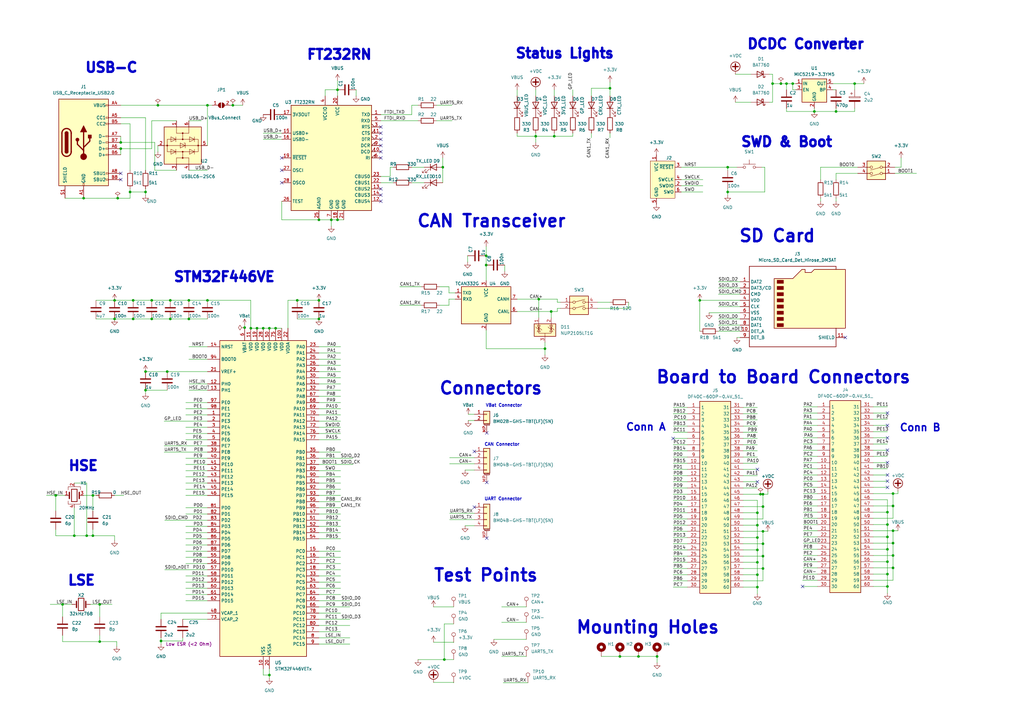
<source format=kicad_sch>
(kicad_sch (version 20230121) (generator eeschema)
  (paper "A3")
  (title_block (title "STM32F446VETx Module") (date "2024-01-22") (rev "Rev 2.0.0"))
  (junction (at 46.99 130.81))
  (junction (at 310.642 240.792))
  (junction (at 312.928 228.092))
  (junction (at 312.928 223.012))
  (junction (at 227.33 55.88))
  (junction (at 46.99 123.19))
  (junction (at 59.69 152.4))
  (junction (at 113.03 134.62))
  (junction (at 366.268 232.918))
  (junction (at 130.81 90.17))
  (junction (at 322.58 34.29))
  (junction (at 22.86 203.2))
  (junction (at 49.53 60.96))
  (junction (at 366.268 217.678))
  (junction (at 223.52 143.002))
  (junction (at 25.654 247.904))
  (junction (at 366.268 202.438))
  (junction (at 320.294 34.29))
  (junction (at 85.09 43.18))
  (junction (at 49.53 58.42))
  (junction (at 261.874 269.24))
  (junction (at 135.89 90.17))
  (junction (at 250.19 36.195))
  (junction (at 107.95 134.62))
  (junction (at 334.01 45.72))
  (junction (at 325.12 34.29))
  (junction (at 34.29 81.28))
  (junction (at 181.61 68.58))
  (junction (at 363.982 230.378))
  (junction (at 102.87 134.62))
  (junction (at 68.58 152.4))
  (junction (at 138.43 90.17))
  (junction (at 40.894 247.904))
  (junction (at 54.61 130.81))
  (junction (at 59.69 78.74))
  (junction (at 199.39 104.902))
  (junction (at 310.642 235.712))
  (junction (at 298.45 68.58))
  (junction (at 182.245 270.51))
  (junction (at 130.81 130.81))
  (junction (at 363.982 235.458))
  (junction (at 53.34 78.74))
  (junction (at 85.09 123.19))
  (junction (at 342.9 45.72))
  (junction (at 59.69 160.02))
  (junction (at 311.912 202.692))
  (junction (at 69.85 130.81))
  (junction (at 110.49 134.62))
  (junction (at 363.982 225.298))
  (junction (at 138.43 36.83))
  (junction (at 310.642 210.312))
  (junction (at 30.48 219.71))
  (junction (at 38.1 203.2))
  (junction (at 363.982 240.538))
  (junction (at 269.494 269.24))
  (junction (at 95.504 43.18))
  (junction (at 310.642 230.632))
  (junction (at 350.52 34.29))
  (junction (at 312.928 207.772))
  (junction (at 110.49 276.86))
  (junction (at 62.23 123.19))
  (junction (at 310.642 220.472))
  (junction (at 363.982 220.218))
  (junction (at 62.23 130.81))
  (junction (at 199.39 108.712))
  (junction (at 366.268 227.838))
  (junction (at 77.47 123.19))
  (junction (at 310.642 215.392))
  (junction (at 316.865 34.29))
  (junction (at 219.71 55.88))
  (junction (at 54.61 123.19))
  (junction (at 363.982 215.138))
  (junction (at 121.92 123.19))
  (junction (at 100.33 134.366))
  (junction (at 310.642 225.552))
  (junction (at 312.928 233.172))
  (junction (at 48.26 81.28))
  (junction (at 40.894 263.144))
  (junction (at 77.47 130.81))
  (junction (at 38.1 219.71))
  (junction (at 130.81 123.19))
  (junction (at 312.928 202.692))
  (junction (at 64.77 43.18))
  (junction (at 366.268 207.518))
  (junction (at 287.02 123.19))
  (junction (at 363.982 210.058))
  (junction (at 366.268 222.758))
  (junction (at 105.41 134.62))
  (junction (at 66.04 262.89))
  (junction (at 254.254 269.24))
  (junction (at 298.45 78.74))
  (junction (at 312.928 217.932))
  (junction (at 226.06 127.762))
  (junction (at 35.56 219.71))
  (junction (at 220.98 122.682))
  (junction (at 69.85 123.19))
  (no_connect (at 363.982 169.418))
  (no_connect (at 49.53 71.12))
  (no_connect (at 199.644 220.726))
  (no_connect (at 363.982 184.658))
  (no_connect (at 276.098 179.832))
  (no_connect (at 329.184 240.538))
  (no_connect (at 310.642 192.532))
  (no_connect (at 115.57 64.77))
  (no_connect (at 156.21 82.55))
  (no_connect (at 156.21 54.61))
  (no_connect (at 115.57 69.85))
  (no_connect (at 156.21 59.69))
  (no_connect (at 156.21 62.23))
  (no_connect (at 363.982 189.738))
  (no_connect (at 346.71 138.43))
  (no_connect (at 194.564 208.026))
  (no_connect (at 363.982 199.898))
  (no_connect (at 199.644 177.546))
  (no_connect (at 363.982 197.358))
  (no_connect (at 49.53 73.66))
  (no_connect (at 115.57 74.93))
  (no_connect (at 156.21 77.47))
  (no_connect (at 363.982 174.498))
  (no_connect (at 310.642 197.612))
  (no_connect (at 156.21 80.01))
  (no_connect (at 363.982 194.818))
  (no_connect (at 156.21 57.15))
  (no_connect (at 156.21 52.07))
  (no_connect (at 199.644 197.866))
  (no_connect (at 363.982 179.578))
  (no_connect (at 156.21 64.77))
  (no_connect (at 194.564 185.166))
  (wire (pts (xy 219.71 55.88) (xy 219.71 58.42)))
  (wire (pts (xy 358.14 217.678) (xy 366.268 217.678)))
  (wire (pts (xy 68.58 152.4) (xy 85.09 152.4)))
  (wire (pts (xy 304.8 240.792) (xy 310.642 240.792)))
  (wire (pts (xy 219.71 55.88) (xy 219.71 54.61)))
  (wire (pts (xy 77.47 69.85) (xy 85.09 69.85)))
  (wire (pts (xy 304.8 233.172) (xy 312.928 233.172)))
  (wire (pts (xy 276.098 192.532) (xy 281.94 192.532)))
  (wire (pts (xy 329.438 207.518) (xy 335.28 207.518)))
  (wire (pts (xy 342.9 71.12) (xy 342.9 73.66)))
  (wire (pts (xy 358.14 232.918) (xy 366.268 232.918)))
  (wire (pts (xy 329.438 225.298) (xy 335.28 225.298)))
  (wire (pts (xy 130.81 231.14) (xy 139.7 231.14)))
  (wire (pts (xy 63.5 58.42) (xy 63.5 69.85)))
  (wire (pts (xy 184.404 210.566) (xy 194.564 210.566)))
  (wire (pts (xy 186.69 122.682) (xy 184.15 122.682)))
  (wire (pts (xy 46.99 130.81) (xy 54.61 130.81)))
  (wire (pts (xy 77.47 157.48) (xy 85.09 157.48)))
  (wire (pts (xy 358.14 179.578) (xy 363.982 179.578)))
  (wire (pts (xy 329.438 235.458) (xy 335.28 235.458)))
  (wire (pts (xy 38.1 219.71) (xy 46.99 219.71)))
  (wire (pts (xy 329.438 212.598) (xy 335.28 212.598)))
  (wire (pts (xy 107.95 276.86) (xy 110.49 276.86)))
  (wire (pts (xy 246.634 269.24) (xy 254.254 269.24)))
  (wire (pts (xy 325.12 34.29) (xy 326.39 34.29)))
  (wire (pts (xy 341.63 34.29) (xy 350.52 34.29)))
  (wire (pts (xy 368.3 202.438) (xy 366.268 202.438)))
  (wire (pts (xy 329.438 174.498) (xy 335.28 174.498)))
  (wire (pts (xy 66.04 262.89) (xy 66.04 264.16)))
  (wire (pts (xy 130.81 256.54) (xy 143.51 256.54)))
  (wire (pts (xy 358.14 184.658) (xy 363.982 184.658)))
  (wire (pts (xy 77.47 142.24) (xy 85.09 142.24)))
  (wire (pts (xy 130.81 203.2) (xy 139.7 203.2)))
  (wire (pts (xy 130.81 172.72) (xy 139.7 172.72)))
  (wire (pts (xy 177.8 248.92) (xy 186.055 248.92)))
  (wire (pts (xy 49.53 43.18) (xy 64.77 43.18)))
  (wire (pts (xy 329.438 220.218) (xy 335.28 220.218)))
  (wire (pts (xy 138.43 33.02) (xy 138.43 36.83)))
  (wire (pts (xy 118.11 134.62) (xy 118.11 123.19)))
  (wire (pts (xy 156.21 49.53) (xy 171.45 49.53)))
  (wire (pts (xy 192.024 172.466) (xy 194.564 172.466)))
  (wire (pts (xy 110.49 276.86) (xy 110.49 278.13)))
  (wire (pts (xy 310.642 215.392) (xy 310.642 220.472)))
  (wire (pts (xy 304.8 205.232) (xy 310.642 205.232)))
  (wire (pts (xy 67.564 233.68) (xy 85.09 233.68)))
  (wire (pts (xy 76.2 177.8) (xy 85.09 177.8)))
  (wire (pts (xy 130.81 213.36) (xy 139.7 213.36)))
  (wire (pts (xy 40.894 247.904) (xy 45.974 247.904)))
  (wire (pts (xy 358.14 174.498) (xy 363.982 174.498)))
  (wire (pts (xy 160.02 68.58) (xy 160.02 72.39)))
  (wire (pts (xy 363.982 220.218) (xy 363.982 225.298)))
  (wire (pts (xy 261.874 269.24) (xy 269.494 269.24)))
  (wire (pts (xy 358.14 204.978) (xy 363.982 204.978)))
  (wire (pts (xy 25.654 247.904) (xy 25.654 252.984)))
  (wire (pts (xy 130.81 243.84) (xy 139.7 243.84)))
  (wire (pts (xy 35.56 219.71) (xy 38.1 219.71)))
  (wire (pts (xy 276.098 184.912) (xy 281.94 184.912)))
  (wire (pts (xy 310.642 220.472) (xy 310.642 225.552)))
  (wire (pts (xy 30.48 219.71) (xy 35.56 219.71)))
  (wire (pts (xy 342.9 71.12) (xy 351.79 71.12)))
  (wire (pts (xy 329.438 189.738) (xy 335.28 189.738)))
  (wire (pts (xy 366.268 202.438) (xy 366.268 207.518)))
  (wire (pts (xy 276.098 202.692) (xy 281.94 202.692)))
  (wire (pts (xy 358.14 189.738) (xy 363.982 189.738)))
  (wire (pts (xy 113.03 134.62) (xy 115.57 134.62)))
  (wire (pts (xy 130.81 187.96) (xy 144.78 187.96)))
  (wire (pts (xy 298.45 69.85) (xy 298.45 68.58)))
  (wire (pts (xy 335.28 215.138) (xy 329.438 215.138)))
  (wire (pts (xy 358.14 166.878) (xy 363.982 166.878)))
  (wire (pts (xy 334.01 44.45) (xy 334.01 45.72)))
  (wire (pts (xy 130.81 208.28) (xy 139.7 208.28)))
  (wire (pts (xy 304.8 225.552) (xy 310.642 225.552)))
  (wire (pts (xy 76.2 208.28) (xy 85.09 208.28)))
  (wire (pts (xy 76.2 200.66) (xy 85.09 200.66)))
  (wire (pts (xy 76.2 241.3) (xy 85.09 241.3)))
  (wire (pts (xy 76.2 180.34) (xy 85.09 180.34)))
  (wire (pts (xy 68.58 160.02) (xy 59.69 160.02)))
  (wire (pts (xy 100.33 133.35) (xy 100.33 134.366)))
  (wire (pts (xy 130.81 90.17) (xy 135.89 90.17)))
  (wire (pts (xy 85.09 43.18) (xy 85.09 59.69)))
  (wire (pts (xy 276.098 240.792) (xy 281.94 240.792)))
  (wire (pts (xy 46.99 123.19) (xy 54.61 123.19)))
  (wire (pts (xy 329.438 182.118) (xy 335.28 182.118)))
  (wire (pts (xy 76.2 246.38) (xy 85.09 246.38)))
  (wire (pts (xy 130.81 149.86) (xy 139.7 149.86)))
  (wire (pts (xy 76.2 243.84) (xy 85.09 243.84)))
  (wire (pts (xy 35.56 198.12) (xy 35.56 219.71)))
  (wire (pts (xy 310.642 205.232) (xy 310.642 210.312)))
  (wire (pts (xy 304.8 192.532) (xy 310.642 192.532)))
  (wire (pts (xy 219.71 36.83) (xy 219.71 39.37)))
  (wire (pts (xy 130.81 193.04) (xy 139.7 193.04)))
  (wire (pts (xy 184.404 187.706) (xy 194.564 187.706)))
  (wire (pts (xy 76.2 218.44) (xy 85.09 218.44)))
  (wire (pts (xy 276.098 210.312) (xy 281.94 210.312)))
  (wire (pts (xy 294.64 133.35) (xy 303.53 133.35)))
  (wire (pts (xy 358.14 220.218) (xy 363.982 220.218)))
  (wire (pts (xy 62.23 60.96) (xy 62.23 49.53)))
  (wire (pts (xy 180.34 125.222) (xy 184.15 125.222)))
  (wire (pts (xy 276.098 172.212) (xy 281.94 172.212)))
  (wire (pts (xy 53.34 50.8) (xy 53.34 69.85)))
  (wire (pts (xy 250.19 33.655) (xy 250.19 36.195)))
  (wire (pts (xy 130.81 154.94) (xy 139.7 154.94)))
  (wire (pts (xy 329.184 240.538) (xy 335.28 240.538)))
  (wire (pts (xy 77.47 123.19) (xy 85.09 123.19)))
  (wire (pts (xy 304.8 223.012) (xy 312.928 223.012)))
  (wire (pts (xy 312.928 202.692) (xy 312.928 207.772)))
  (wire (pts (xy 130.81 246.38) (xy 143.51 246.38)))
  (wire (pts (xy 20.574 247.904) (xy 25.654 247.904)))
  (wire (pts (xy 302.26 138.43) (xy 303.53 138.43)))
  (wire (pts (xy 342.9 82.55) (xy 342.9 81.28)))
  (wire (pts (xy 206.375 280.035) (xy 216.535 280.035)))
  (wire (pts (xy 25.654 247.904) (xy 29.464 247.904)))
  (wire (pts (xy 294.64 118.11) (xy 303.53 118.11)))
  (wire (pts (xy 34.29 81.28) (xy 48.26 81.28)))
  (wire (pts (xy 102.87 134.62) (xy 105.41 134.62)))
  (wire (pts (xy 242.57 36.195) (xy 242.57 39.37)))
  (wire (pts (xy 199.39 135.382) (xy 199.39 143.002)))
  (wire (pts (xy 212.09 127.762) (xy 226.06 127.762)))
  (wire (pts (xy 130.81 241.3) (xy 139.7 241.3)))
  (wire (pts (xy 358.14 237.998) (xy 366.268 237.998)))
  (wire (pts (xy 133.35 39.37) (xy 133.35 36.83)))
  (wire (pts (xy 179.07 49.53) (xy 185.42 49.53)))
  (wire (pts (xy 276.098 220.472) (xy 281.94 220.472)))
  (wire (pts (xy 250.19 56.515) (xy 250.19 54.61)))
  (wire (pts (xy 107.95 57.15) (xy 115.57 57.15)))
  (wire (pts (xy 66.04 262.89) (xy 66.04 261.62)))
  (wire (pts (xy 54.61 130.81) (xy 62.23 130.81)))
  (wire (pts (xy 304.8 220.472) (xy 310.642 220.472)))
  (wire (pts (xy 276.098 217.932) (xy 281.94 217.932)))
  (wire (pts (xy 107.95 54.61) (xy 115.57 54.61)))
  (wire (pts (xy 310.642 230.632) (xy 310.642 235.712)))
  (wire (pts (xy 53.34 78.74) (xy 53.34 77.47)))
  (wire (pts (xy 326.39 36.83) (xy 325.12 36.83)))
  (wire (pts (xy 67.564 213.36) (xy 85.09 213.36)))
  (wire (pts (xy 130.81 220.98) (xy 139.7 220.98)))
  (wire (pts (xy 49.53 58.42) (xy 63.5 58.42)))
  (wire (pts (xy 186.055 255.905) (xy 182.245 255.905)))
  (wire (pts (xy 85.09 123.19) (xy 102.87 123.19)))
  (wire (pts (xy 95.504 43.18) (xy 99.568 43.18)))
  (wire (pts (xy 276.098 225.552) (xy 281.94 225.552)))
  (wire (pts (xy 76.2 193.04) (xy 85.09 193.04)))
  (wire (pts (xy 59.69 80.01) (xy 59.69 78.74)))
  (wire (pts (xy 47.879 265.049) (xy 47.879 263.144)))
  (wire (pts (xy 304.8 184.912) (xy 310.642 184.912)))
  (wire (pts (xy 130.81 205.74) (xy 139.7 205.74)))
  (wire (pts (xy 298.45 78.74) (xy 298.45 77.47)))
  (wire (pts (xy 358.14 194.818) (xy 363.982 194.818)))
  (wire (pts (xy 298.45 68.58) (xy 279.4 68.58)))
  (wire (pts (xy 329.438 230.378) (xy 335.28 230.378)))
  (wire (pts (xy 228.6 126.492) (xy 228.6 127.762)))
  (wire (pts (xy 329.438 192.278) (xy 335.28 192.278)))
  (wire (pts (xy 227.33 36.83) (xy 227.33 39.37)))
  (wire (pts (xy 212.09 55.88) (xy 219.71 55.88)))
  (wire (pts (xy 304.8 189.992) (xy 310.642 189.992)))
  (wire (pts (xy 49.53 50.8) (xy 53.34 50.8)))
  (wire (pts (xy 48.26 81.28) (xy 53.34 81.28)))
  (wire (pts (xy 294.64 130.81) (xy 303.53 130.81)))
  (wire (pts (xy 130.81 170.18) (xy 139.7 170.18)))
  (wire (pts (xy 130.81 142.24) (xy 139.7 142.24)))
  (wire (pts (xy 194.564 215.646) (xy 190.754 215.646)))
  (wire (pts (xy 205.74 269.24) (xy 215.9 269.24)))
  (wire (pts (xy 26.67 81.28) (xy 34.29 81.28)))
  (wire (pts (xy 130.81 238.76) (xy 139.7 238.76)))
  (wire (pts (xy 130.81 177.8) (xy 139.7 177.8)))
  (wire (pts (xy 358.14 177.038) (xy 363.982 177.038)))
  (wire (pts (xy 192.024 169.926) (xy 194.564 169.926)))
  (wire (pts (xy 363.982 210.058) (xy 363.982 215.138)))
  (wire (pts (xy 276.098 182.372) (xy 281.94 182.372)))
  (wire (pts (xy 276.098 169.672) (xy 281.94 169.672)))
  (wire (pts (xy 304.8 202.692) (xy 311.912 202.692)))
  (wire (pts (xy 358.14 199.898) (xy 363.982 199.898)))
  (wire (pts (xy 358.14 187.198) (xy 363.982 187.198)))
  (wire (pts (xy 329.438 171.958) (xy 335.28 171.958)))
  (wire (pts (xy 366.268 217.678) (xy 366.268 222.758)))
  (wire (pts (xy 184.15 122.682) (xy 184.15 125.222)))
  (wire (pts (xy 22.86 219.71) (xy 30.48 219.71)))
  (wire (pts (xy 358.14 215.138) (xy 363.982 215.138)))
  (wire (pts (xy 223.52 140.462) (xy 223.52 143.002)))
  (wire (pts (xy 49.53 48.26) (xy 59.69 48.26)))
  (wire (pts (xy 269.494 269.24) (xy 269.494 271.78)))
  (wire (pts (xy 76.2 228.6) (xy 85.09 228.6)))
  (wire (pts (xy 64.77 59.69) (xy 64.77 62.23)))
  (wire (pts (xy 74.93 254) (xy 85.09 254)))
  (wire (pts (xy 30.48 208.28) (xy 30.48 219.71)))
  (wire (pts (xy 358.14 192.278) (xy 363.982 192.278)))
  (wire (pts (xy 160.02 68.58) (xy 161.29 68.58)))
  (wire (pts (xy 227.33 54.61) (xy 227.33 55.88)))
  (wire (pts (xy 312.928 217.932) (xy 312.928 223.012)))
  (wire (pts (xy 76.2 198.12) (xy 85.09 198.12)))
  (wire (pts (xy 184.404 190.246) (xy 194.564 190.246)))
  (wire (pts (xy 342.9 45.72) (xy 350.52 45.72)))
  (wire (pts (xy 276.098 238.252) (xy 281.94 238.252)))
  (wire (pts (xy 59.69 78.74) (xy 59.69 77.47)))
  (wire (pts (xy 350.52 34.29) (xy 350.52 36.83)))
  (wire (pts (xy 322.58 45.72) (xy 334.01 45.72)))
  (wire (pts (xy 358.14 240.538) (xy 363.982 240.538)))
  (wire (pts (xy 130.81 226.06) (xy 139.7 226.06)))
  (wire (pts (xy 304.8 195.072) (xy 310.642 195.072)))
  (wire (pts (xy 336.55 68.58) (xy 336.55 73.66)))
  (wire (pts (xy 276.098 187.452) (xy 281.94 187.452)))
  (wire (pts (xy 304.8 212.852) (xy 312.928 212.852)))
  (wire (pts (xy 312.928 207.772) (xy 312.928 212.852)))
  (wire (pts (xy 366.268 232.918) (xy 366.268 237.998)))
  (wire (pts (xy 181.61 68.58) (xy 181.61 74.93)))
  (wire (pts (xy 245.11 123.952) (xy 250.19 123.952)))
  (wire (pts (xy 156.21 74.93) (xy 161.29 74.93)))
  (wire (pts (xy 76.2 220.98) (xy 85.09 220.98)))
  (wire (pts (xy 66.04 254) (xy 66.04 251.46)))
  (wire (pts (xy 135.89 90.17) (xy 138.43 90.17)))
  (wire (pts (xy 316.865 41.91) (xy 315.595 41.91)))
  (wire (pts (xy 38.1 203.2) (xy 39.37 203.2)))
  (wire (pts (xy 329.438 184.658) (xy 335.28 184.658)))
  (wire (pts (xy 76.2 170.18) (xy 85.09 170.18)))
  (wire (pts (xy 294.64 115.57) (xy 303.53 115.57)))
  (wire (pts (xy 130.81 198.12) (xy 139.7 198.12)))
  (wire (pts (xy 121.92 123.19) (xy 130.81 123.19)))
  (wire (pts (xy 228.6 123.952) (xy 228.6 122.682)))
  (wire (pts (xy 168.91 74.93) (xy 173.99 74.93)))
  (wire (pts (xy 366.268 222.758) (xy 366.268 227.838)))
  (wire (pts (xy 294.64 125.73) (xy 303.53 125.73)))
  (wire (pts (xy 184.15 117.602) (xy 180.34 117.602)))
  (wire (pts (xy 130.81 152.4) (xy 139.7 152.4)))
  (wire (pts (xy 276.098 177.292) (xy 281.94 177.292)))
  (wire (pts (xy 242.57 36.195) (xy 250.19 36.195)))
  (wire (pts (xy 276.098 197.612) (xy 281.94 197.612)))
  (wire (pts (xy 358.14 207.518) (xy 366.268 207.518)))
  (wire (pts (xy 182.245 270.51) (xy 186.055 270.51)))
  (wire (pts (xy 329.438 202.438) (xy 335.28 202.438)))
  (wire (pts (xy 368.3 201.422) (xy 368.3 202.438)))
  (wire (pts (xy 130.81 261.62) (xy 143.51 261.62)))
  (wire (pts (xy 294.64 120.65) (xy 303.53 120.65)))
  (wire (pts (xy 130.81 200.66) (xy 139.7 200.66)))
  (wire (pts (xy 47.879 263.144) (xy 40.894 263.144)))
  (wire (pts (xy 276.098 205.232) (xy 281.94 205.232)))
  (wire (pts (xy 118.11 123.19) (xy 121.92 123.19)))
  (wire (pts (xy 182.245 255.905) (xy 182.245 270.51)))
  (wire (pts (xy 366.268 207.518) (xy 366.268 212.598)))
  (wire (pts (xy 191.77 104.902) (xy 191.77 107.442)))
  (wire (pts (xy 366.268 227.838) (xy 366.268 232.918)))
  (wire (pts (xy 322.58 34.29) (xy 325.12 34.29)))
  (wire (pts (xy 25.654 263.144) (xy 40.894 263.144)))
  (wire (pts (xy 115.57 90.17) (xy 130.81 90.17)))
  (wire (pts (xy 186.69 120.142) (xy 184.15 120.142)))
  (wire (pts (xy 279.4 78.74) (xy 288.29 78.74)))
  (wire (pts (xy 107.95 274.32) (xy 107.95 276.86)))
  (wire (pts (xy 304.8 215.392) (xy 310.642 215.392)))
  (wire (pts (xy 184.404 213.106) (xy 194.564 213.106)))
  (wire (pts (xy 115.57 82.55) (xy 115.57 90.17)))
  (wire (pts (xy 39.37 130.81) (xy 46.99 130.81)))
  (wire (pts (xy 363.982 215.138) (xy 363.982 220.218)))
  (wire (pts (xy 76.2 167.64) (xy 85.09 167.64)))
  (wire (pts (xy 177.8 263.398) (xy 186.055 263.398)))
  (wire (pts (xy 130.81 218.44) (xy 139.7 218.44)))
  (wire (pts (xy 314.96 201.676) (xy 314.96 202.692)))
  (wire (pts (xy 171.45 270.51) (xy 182.245 270.51)))
  (wire (pts (xy 336.55 68.58) (xy 351.79 68.58)))
  (wire (pts (xy 226.06 127.762) (xy 226.06 130.302)))
  (wire (pts (xy 76.2 187.96) (xy 85.09 187.96)))
  (wire (pts (xy 329.438 222.758) (xy 335.28 222.758)))
  (wire (pts (xy 368.3 217.678) (xy 366.268 217.678)))
  (wire (pts (xy 199.39 108.712) (xy 199.39 115.062)))
  (wire (pts (xy 130.81 236.22) (xy 139.7 236.22)))
  (wire (pts (xy 34.29 203.2) (xy 38.1 203.2)))
  (wire (pts (xy 276.098 189.992) (xy 281.94 189.992)))
  (wire (pts (xy 130.81 259.08) (xy 139.7 259.08)))
  (wire (pts (xy 257.81 123.952) (xy 257.81 126.492)))
  (wire (pts (xy 130.81 185.42) (xy 139.7 185.42)))
  (wire (pts (xy 46.99 221.615) (xy 46.99 219.71)))
  (wire (pts (xy 313.69 78.74) (xy 298.45 78.74)))
  (wire (pts (xy 130.81 165.1) (xy 139.7 165.1)))
  (wire (pts (xy 212.09 36.83) (xy 212.09 39.37)))
  (wire (pts (xy 100.33 134.366) (xy 100.33 134.62)))
  (wire (pts (xy 341.63 36.83) (xy 342.9 36.83)))
  (wire (pts (xy 160.02 72.39) (xy 156.21 72.39)))
  (wire (pts (xy 207.01 108.712) (xy 207.01 111.252)))
  (wire (pts (xy 369.57 64.77) (xy 369.57 68.58)))
  (wire (pts (xy 46.99 203.2) (xy 50.8 203.2)))
  (wire (pts (xy 184.15 120.142) (xy 184.15 117.602)))
  (wire (pts (xy 304.8 228.092) (xy 312.928 228.092)))
  (wire (pts (xy 276.098 207.772) (xy 281.94 207.772)))
  (wire (pts (xy 325.12 36.83) (xy 325.12 34.29)))
  (wire (pts (xy 133.35 36.83) (xy 138.43 36.83)))
  (wire (pts (xy 212.09 55.88) (xy 212.09 54.61)))
  (wire (pts (xy 329.438 169.418) (xy 335.28 169.418)))
  (wire (pts (xy 329.438 204.978) (xy 335.28 204.978)))
  (wire (pts (xy 38.1 217.17) (xy 38.1 219.71)))
  (wire (pts (xy 313.69 68.58) (xy 313.69 78.74)))
  (wire (pts (xy 304.8 217.932) (xy 312.928 217.932)))
  (wire (pts (xy 77.47 147.32) (xy 85.09 147.32)))
  (wire (pts (xy 329.438 177.038) (xy 335.28 177.038)))
  (wire (pts (xy 76.2 226.06) (xy 85.09 226.06)))
  (wire (pts (xy 358.14 182.118) (xy 363.982 182.118)))
  (wire (pts (xy 77.47 49.53) (xy 82.55 49.53)))
  (wire (pts (xy 138.43 36.83) (xy 138.43 39.37)))
  (wire (pts (xy 212.09 122.682) (xy 220.98 122.682)))
  (wire (pts (xy 199.39 143.002) (xy 223.52 143.002)))
  (wire (pts (xy 276.098 223.012) (xy 281.94 223.012)))
  (wire (pts (xy 177.8 279.908) (xy 186.055 279.908)))
  (wire (pts (xy 219.71 55.88) (xy 227.33 55.88)))
  (wire (pts (xy 310.642 235.712) (xy 310.642 240.792)))
  (wire (pts (xy 234.95 54.61) (xy 234.95 55.88)))
  (wire (pts (xy 304.8 174.752) (xy 310.642 174.752)))
  (wire (pts (xy 76.2 223.52) (xy 85.09 223.52)))
  (wire (pts (xy 130.81 215.9) (xy 139.7 215.9)))
  (wire (pts (xy 59.69 152.4) (xy 68.58 152.4)))
  (wire (pts (xy 281.94 215.392) (xy 276.098 215.392)))
  (wire (pts (xy 276.098 200.152) (xy 281.94 200.152)))
  (wire (pts (xy 186.055 279.908) (xy 186.055 280.035)))
  (wire (pts (xy 76.2 238.76) (xy 85.09 238.76)))
  (wire (pts (xy 276.098 167.132) (xy 281.94 167.132)))
  (wire (pts (xy 130.81 264.16) (xy 143.51 264.16)))
  (wire (pts (xy 63.5 69.85) (xy 72.39 69.85)))
  (wire (pts (xy 202.565 262.255) (xy 215.9 262.255)))
  (wire (pts (xy 220.98 122.682) (xy 228.6 122.682)))
  (wire (pts (xy 105.41 134.62) (xy 107.95 134.62)))
  (wire (pts (xy 205.74 248.92) (xy 215.9 248.92)))
  (wire (pts (xy 287.02 123.19) (xy 303.53 123.19)))
  (wire (pts (xy 130.81 248.92) (xy 143.51 248.92)))
  (wire (pts (xy 336.55 82.55) (xy 336.55 81.28)))
  (wire (pts (xy 130.81 157.48) (xy 139.7 157.48)))
  (wire (pts (xy 223.52 143.002) (xy 223.52 145.542)))
  (wire (pts (xy 130.81 144.78) (xy 139.7 144.78)))
  (wire (pts (xy 329.438 217.678) (xy 335.28 217.678)))
  (wire (pts (xy 171.45 43.18) (xy 168.91 43.18)))
  (wire (pts (xy 312.928 228.092) (xy 312.928 233.172)))
  (wire (pts (xy 320.294 34.29) (xy 322.58 34.29)))
  (wire (pts (xy 329.438 179.578) (xy 335.28 179.578)))
  (wire (pts (xy 242.57 56.515) (xy 242.57 54.61)))
  (wire (pts (xy 342.9 45.72) (xy 342.9 44.45)))
  (wire (pts (xy 49.53 60.96) (xy 62.23 60.96)))
  (wire (pts (xy 358.14 222.758) (xy 366.268 222.758)))
  (wire (pts (xy 130.81 180.34) (xy 139.7 180.34)))
  (wire (pts (xy 76.2 210.82) (xy 85.09 210.82)))
  (wire (pts (xy 322.58 44.45) (xy 322.58 45.72)))
  (wire (pts (xy 314.96 217.932) (xy 312.928 217.932)))
  (wire (pts (xy 314.96 202.692) (xy 312.928 202.692)))
  (wire (pts (xy 76.2 203.2) (xy 85.09 203.2)))
  (wire (pts (xy 287.02 123.19) (xy 287.02 135.89)))
  (wire (pts (xy 186.055 263.398) (xy 186.055 263.525)))
  (wire (pts (xy 281.94 179.832) (xy 276.098 179.832)))
  (wire (pts (xy 205.74 255.27) (xy 215.9 255.27)))
  (wire (pts (xy 39.37 123.19) (xy 46.99 123.19)))
  (wire (pts (xy 53.34 81.28) (xy 53.34 78.74)))
  (wire (pts (xy 220.98 122.682) (xy 220.98 130.302)))
  (wire (pts (xy 25.654 263.144) (xy 25.654 260.604)))
  (wire (pts (xy 229.87 126.492) (xy 228.6 126.492)))
  (wire (pts (xy 130.81 175.26) (xy 139.7 175.26)))
  (wire (pts (xy 76.2 231.14) (xy 85.09 231.14)))
  (wire (pts (xy 77.47 160.02) (xy 85.09 160.02)))
  (wire (pts (xy 329.438 194.818) (xy 335.28 194.818)))
  (wire (pts (xy 66.04 262.89) (xy 74.93 262.89)))
  (wire (pts (xy 49.53 60.96) (xy 49.53 63.5)))
  (wire (pts (xy 304.8 172.212) (xy 310.642 172.212)))
  (wire (pts (xy 329.438 199.898) (xy 335.28 199.898)))
  (wire (pts (xy 181.61 64.77) (xy 181.61 68.58)))
  (wire (pts (xy 190.754 192.786) (xy 194.564 192.786)))
  (wire (pts (xy 316.865 30.48) (xy 316.865 34.29)))
  (wire (pts (xy 130.81 162.56) (xy 139.7 162.56)))
  (wire (pts (xy 301.625 41.91) (xy 307.975 41.91)))
  (wire (pts (xy 130.81 147.32) (xy 139.7 147.32)))
  (wire (pts (xy 76.2 165.1) (xy 85.09 165.1)))
  (wire (pts (xy 304.8 169.672) (xy 310.642 169.672)))
  (wire (pts (xy 62.23 123.19) (xy 69.85 123.19)))
  (wire (pts (xy 22.86 217.17) (xy 22.86 219.71)))
  (wire (pts (xy 363.982 204.978) (xy 363.982 210.058)))
  (wire (pts (xy 227.33 55.88) (xy 234.95 55.88)))
  (wire (pts (xy 316.865 30.48) (xy 315.595 30.48)))
  (wire (pts (xy 358.14 171.958) (xy 363.982 171.958)))
  (wire (pts (xy 358.14 210.058) (xy 363.982 210.058)))
  (wire (pts (xy 276.098 212.852) (xy 281.94 212.852)))
  (wire (pts (xy 276.098 174.752) (xy 281.94 174.752)))
  (wire (pts (xy 329.438 210.058) (xy 335.28 210.058)))
  (wire (pts (xy 358.14 212.598) (xy 366.268 212.598)))
  (wire (pts (xy 130.81 210.82) (xy 139.7 210.82)))
  (wire (pts (xy 110.49 134.62) (xy 113.03 134.62)))
  (wire (pts (xy 234.95 36.83) (xy 234.95 39.37)))
  (wire (pts (xy 310.642 210.312) (xy 310.642 215.392)))
  (wire (pts (xy 130.81 167.64) (xy 139.7 167.64)))
  (wire (pts (xy 301.625 30.48) (xy 307.975 30.48)))
  (wire (pts (xy 304.8 210.312) (xy 310.642 210.312)))
  (wire (pts (xy 40.894 263.144) (xy 40.894 260.604)))
  (wire (pts (xy 304.8 235.712) (xy 310.642 235.712)))
  (wire (pts (xy 37.084 247.904) (xy 40.894 247.904)))
  (wire (pts (xy 49.53 55.88) (xy 49.53 58.42)))
  (wire (pts (xy 62.23 130.81) (xy 69.85 130.81)))
  (wire (pts (xy 67.31 185.42) (xy 85.09 185.42)))
  (wire (pts (xy 350.52 45.72) (xy 350.52 44.45)))
  (wire (pts (xy 156.21 46.99) (xy 168.91 46.99)))
  (wire (pts (xy 312.928 223.012) (xy 312.928 228.092)))
  (wire (pts (xy 69.85 123.19) (xy 77.47 123.19)))
  (wire (pts (xy 38.1 203.2) (xy 38.1 209.55)))
  (wire (pts (xy 298.45 80.01) (xy 298.45 78.74)))
  (wire (pts (xy 279.4 76.2) (xy 288.29 76.2)))
  (wire (pts (xy 358.14 202.438) (xy 366.268 202.438)))
  (wire (pts (xy 102.87 123.19) (xy 102.87 134.62)))
  (wire (pts (xy 226.06 127.762) (xy 228.6 127.762)))
  (wire (pts (xy 67.31 182.88) (xy 85.09 182.88)))
  (wire (pts (xy 130.81 195.58) (xy 139.7 195.58)))
  (wire (pts (xy 74.93 262.89) (xy 74.93 261.62)))
  (wire (pts (xy 310.642 225.552) (xy 310.642 230.632)))
  (wire (pts (xy 54.61 123.19) (xy 62.23 123.19)))
  (wire (pts (xy 229.87 123.952) (xy 228.6 123.952)))
  (wire (pts (xy 304.8 207.772) (xy 312.928 207.772)))
  (wire (pts (xy 276.098 195.072) (xy 281.94 195.072)))
  (wire (pts (xy 350.52 34.29) (xy 354.33 34.29)))
  (wire (pts (xy 329.438 232.918) (xy 335.28 232.918)))
  (wire (pts (xy 130.81 233.68) (xy 139.7 233.68)))
  (wire (pts (xy 64.77 43.18) (xy 85.09 43.18)))
  (wire (pts (xy 316.865 34.29) (xy 320.294 34.29)))
  (wire (pts (xy 276.098 230.632) (xy 281.94 230.632)))
  (wire (pts (xy 168.91 68.58) (xy 173.99 68.58)))
  (wire (pts (xy 59.69 48.26) (xy 59.69 69.85)))
  (wire (pts (xy 76.2 190.5) (xy 85.09 190.5)))
  (wire (pts (xy 304.8 238.252) (xy 312.928 238.252)))
  (wire (pts (xy 110.49 274.32) (xy 110.49 276.86)))
  (wire (pts (xy 276.098 235.712) (xy 281.94 235.712)))
  (wire (pts (xy 135.89 92.71) (xy 135.89 90.17)))
  (wire (pts (xy 59.69 161.29) (xy 59.69 160.02)))
  (wire (pts (xy 358.14 225.298) (xy 363.982 225.298)))
  (wire (pts (xy 290.83 128.27) (xy 303.53 128.27)))
  (wire (pts (xy 146.05 36.83) (xy 146.05 39.37)))
  (wire (pts (xy 311.912 202.692) (xy 312.928 202.692)))
  (wire (pts (xy 53.34 78.74) (xy 59.69 78.74)))
  (wire (pts (xy 67.31 172.72) (xy 85.09 172.72)))
  (wire (pts (xy 163.957 117.602) (xy 172.72 117.602)))
  (wire (pts (xy 179.07 43.18) (xy 185.42 43.18)))
  (wire (pts (xy 59.69 160.02) (xy 59.69 158.75)))
  (wire (pts (xy 19.05 203.2) (xy 22.86 203.2)))
  (wire (pts (xy 254.254 269.24) (xy 261.874 269.24)))
  (wire (pts (xy 22.86 209.55) (xy 22.86 203.2)))
  (wire (pts (xy 329.438 187.198) (xy 335.28 187.198)))
  (wire (pts (xy 334.01 45.72) (xy 342.9 45.72)))
  (wire (pts (xy 316.865 34.29) (xy 316.865 41.91)))
  (wire (pts (xy 363.982 230.378) (xy 363.982 235.458)))
  (wire (pts (xy 304.8 167.132) (xy 310.642 167.132)))
  (wire (pts (xy 304.8 187.452) (xy 310.642 187.452)))
  (wire (pts (xy 107.95 134.62) (xy 110.49 134.62)))
  (wire (pts (xy 313.69 68.58) (xy 312.42 68.58)))
  (wire (pts (xy 85.09 43.18) (xy 86.995 43.18)))
  (wire (pts (xy 76.2 215.9) (xy 85.09 215.9)))
  (wire (pts (xy 322.58 34.29) (xy 322.58 36.83)))
  (wire (pts (xy 130.81 190.5) (xy 144.78 190.5)))
  (wire (pts (xy 40.894 247.904) (xy 40.894 252.984)))
  (wire (pts (xy 329.184 237.998) (xy 335.28 237.998)))
  (wire (pts (xy 130.81 254) (xy 143.51 254)))
  (wire (pts (xy 250.19 36.195) (xy 250.19 39.37)))
  (wire (pts (xy 363.982 235.458) (xy 363.982 240.538)))
  (wire (pts (xy 363.982 240.538) (xy 363.982 243.332)))
  (wire (pts (xy 363.982 225.298) (xy 363.982 230.378)))
  (wire (pts (xy 199.39 104.902) (xy 199.39 108.712)))
  (wire (pts (xy 76.2 175.26) (xy 85.09 175.26)))
  (wire (pts (xy 304.8 230.632) (xy 310.642 230.632)))
  (wire (pts (xy 329.438 227.838) (xy 335.28 227.838)))
  (wire (pts (xy 163.957 125.222) (xy 172.72 125.222)))
  (wire (pts (xy 168.91 43.18) (xy 168.91 46.99)))
  (wire (pts (xy 121.92 130.81) (xy 130.81 130.81)))
  (wire (pts (xy 358.14 235.458) (xy 363.982 235.458)))
  (wire (pts (xy 257.81 126.492) (xy 245.11 126.492)))
  (wire (pts (xy 312.928 233.172) (xy 312.928 238.252)))
  (wire (pts (xy 358.14 197.358) (xy 363.982 197.358)))
  (wire (pts (xy 367.03 68.58) (xy 369.57 68.58)))
  (wire (pts (xy 358.14 230.378) (xy 363.982 230.378)))
  (wire (pts (xy 30.48 198.12) (xy 35.56 198.12)))
  (wire (pts (xy 298.45 68.58) (xy 302.26 68.58)))
  (wire (pts (xy 130.81 160.02) (xy 139.7 160.02)))
  (wire (pts (xy 279.4 73.66) (xy 288.29 73.66)))
  (wire (pts (xy 304.8 200.152) (xy 310.642 200.152)))
  (wire (pts (xy 367.03 71.12) (xy 375.92 71.12)))
  (wire (pts (xy 276.098 233.172) (xy 281.94 233.172)))
  (wire (pts (xy 199.39 101.092) (xy 199.39 104.902)))
  (wire (pts (xy 69.85 130.81) (xy 77.47 130.81)))
  (wire (pts (xy 138.43 90.17) (xy 140.97 90.17)))
  (wire (pts (xy 66.04 251.46) (xy 85.09 251.46)))
  (wire (pts (xy 304.8 179.832) (xy 310.642 179.832)))
  (wire (pts (xy 304.8 182.372) (xy 310.642 182.372)))
  (wire (pts (xy 276.098 228.092) (xy 281.94 228.092)))
  (wire (pts (xy 329.438 197.358) (xy 335.28 197.358)))
  (wire (pts (xy 294.64 135.89) (xy 303.53 135.89)))
  (wire (pts (xy 62.23 49.53) (xy 72.39 49.53)))
  (wire (pts (xy 94.615 43.18) (xy 95.504 43.18)))
  (wire (pts (xy 130.81 251.46) (xy 139.7 251.46)))
  (wire (pts (xy 76.2 195.58) (xy 85.09 195.58)))
  (wire (pts (xy 304.8 197.612) (xy 310.642 197.612)))
  (wire (pts (xy 358.14 227.838) (xy 366.268 227.838)))
  (wire (pts (xy 304.8 177.292) (xy 310.642 177.292)))
  (wire (pts (xy 329.438 166.878) (xy 335.28 166.878)))
  (wire (pts (xy 76.2 236.22) (xy 85.09 236.22)))
  (wire (pts (xy 77.47 130.81) (xy 85.09 130.81)))
  (wire (pts (xy 310.642 240.792) (xy 310.642 243.586)))
  (wire (pts (xy 358.14 169.418) (xy 363.982 169.418)))
  (wire (pts (xy 22.86 203.2) (xy 26.67 203.2)))
  (wire (pts (xy 130.81 228.6) (xy 139.7 228.6)))
  (text "HSE\n" (at 27.686 193.548 0) (effects (font (size 4 4) (thickness 1) bold) (justify left bottom)))
  (text "Board to Board Connectors" (at 268.732 157.734 0) (effects (font (size 5 5) (thickness 1) bold) (justify left bottom)))
  (text "SWD & Boot" (at 303.53 60.706 0) (effects (font (size 4 4) (thickness 1) bold) (justify left bottom)))
  (text "SD Card" (at 302.768 99.822 0) (effects (font (size 5 5) (thickness 1) bold) (justify left bottom)))
  (text "Test Points" (at 177.546 239.014 0) (effects (font (size 5 5) (thickness 1) bold) (justify left bottom)))
  (text "FT232RN" (at 125.476 24.892 0) (effects (font (size 4 4) (thickness 1) bold) (justify left bottom)))
  (text "CAN Connector\n" (at 198.628 183.134 0) (effects (font (size 1.27 1.27) bold) (justify left bottom)))
  (text "LSE\n" (at 27.432 240.538 0) (effects (font (size 4 4) (thickness 1) bold) (justify left bottom)))
  (text "VBat Connector" (at 199.136 167.132 0) (effects (font (size 1.27 1.27) bold) (justify left bottom)))
  (text "CAN Transceiver" (at 170.688 93.726 0) (effects (font (size 5 5) (thickness 1) bold) (justify left bottom)))
  (text "USB-C\n" (at 34.544 30.226 0) (effects (font (size 4 4) (thickness 1) bold) (justify left bottom)))
  (text "Conn A" (at 256.54 177.038 0) (effects (font (size 3 3) (thickness 0.6) bold) (justify left bottom)))
  (text "Connectors" (at 179.832 162.306 0) (effects (font (size 5 5) (thickness 1) bold) (justify left bottom)))
  (text "Conn B" (at 368.808 177.292 0) (effects (font (size 3 3) (thickness 0.6) bold) (justify left bottom)))
  (text "STM32F446VE" (at 70.866 116.078 0) (effects (font (size 4 4) (thickness 1) bold) (justify left bottom)))
  (text "Mounting Holes\n" (at 235.966 260.35 0) (effects (font (size 5 5) (thickness 1) bold) (justify left bottom)))
  (text "Status Lights" (at 211.074 24.384 0) (effects (font (size 4 4) (thickness 1) bold) (justify left bottom)))
  (text "UART Connector\n" (at 198.628 205.486 0) (effects (font (size 1.27 1.27) bold) (justify left bottom)))
  (text "DCDC Converter" (at 306.07 20.574 0) (effects (font (size 4 4) (thickness 1) bold) (justify left bottom)))
  (label "PE3" (at 79.248 172.72 0))
  (label "PD1" (at 276.098 192.532 0))
  (label "PD0" (at 276.098 187.452 0))
  (label "PA7" (at 133.858 160.02 0))
  (label "CAN1_RX" (at 139.7 205.74 0))
  (label "PD14" (at 276.098 225.552 0))
  (label "PE1" (at 79.248 167.64 0))
  (label "PD15" (at 276.098 230.632 0))
  (label "PD0" (at 79.248 208.28 0))
  (label "PD13" (at 78.74 241.3 0))
  (label "PB7" (at 133.604 203.2 0))
  (label "CAN+" (at 207.645 248.92 0))
  (label "PA11" (at 133.604 170.18 0))
  (label "UART5_TX" (at 180.34 49.53 0))
  (label "PD10" (at 276.098 205.232 0))
  (label "PB5" (at 133.604 198.12 0))
  (label "PB6" (at 276.098 238.252 0))
  (label "PC10" (at 133.35 251.46 0))
  (label "PC10" (at 276.352 172.212 0))
  (label "SWO" (at 133.35 193.04 0))
  (label "PE6" (at 329.438 207.518 0))
  (label "PA6" (at 329.438 184.658 0))
  (label "PC12" (at 276.098 182.372 0))
  (label "SDIO_D0" (at 294.64 130.81 0))
  (label "PC12" (at 133.35 256.54 0))
  (label "PB10" (at 133.604 210.82 0))
  (label "CAN-" (at 329.438 235.458 0))
  (label "PE0" (at 306.324 182.372 0))
  (label "UART5_TX" (at 205.74 269.24 0))
  (label "PA1" (at 329.438 171.958 0))
  (label "UART5_RX" (at 184.404 210.566 0))
  (label "PE11" (at 79.248 193.04 0))
  (label "PC9" (at 133.604 248.92 0))
  (label "PD2" (at 276.098 197.612 0))
  (label "UART5_TX" (at 184.404 213.106 0))
  (label "PB0" (at 329.438 204.978 0))
  (label "USB_D-" (at 107.95 57.15 0))
  (label "PD11" (at 276.098 210.312 0))
  (label "CAN-" (at 207.645 255.27 0))
  (label "PE15" (at 78.994 203.2 0))
  (label "PC11" (at 133.35 254 0))
  (label "PC8" (at 133.604 246.38 0))
  (label "PB6" (at 133.604 200.66 0))
  (label "PD12" (at 78.74 238.76 0))
  (label "SWDIO" (at 133.35 175.26 0))
  (label "PB5" (at 276.098 233.172 0))
  (label "SDIO_CMD" (at 294.64 120.65 0))
  (label "PB9" (at 306.578 177.292 0))
  (label "PB4" (at 133.604 195.58 0))
  (label "PD4" (at 78.994 218.44 0))
  (label "LSE_OUT" (at 45.974 247.904 180))
  (label "PD5" (at 276.098 212.852 0))
  (label "PB8" (at 133.604 205.74 0))
  (label "HSE_OUT" (at 49.53 203.2 0))
  (label "PD7" (at 78.994 226.06 0))
  (label "PD14" (at 78.74 243.84 0))
  (label "SDIO_D2" (at 139.7 187.96 0))
  (label "PD9" (at 78.994 231.14 0))
  (label "UART5_RX" (at 180.34 43.18 0))
  (label "SDIO_D2" (at 294.64 115.57 0))
  (label "PA3" (at 329.438 169.418 0))
  (label "PC8" (at 306.07 169.672 0))
  (label "CAN+" (at 217.17 122.682 0))
  (label "PA4" (at 134.112 152.4 0))
  (label "PE11" (at 359.41 166.878 0))
  (label "PC4" (at 329.438 194.818 0))
  (label "PA15" (at 276.098 167.132 0))
  (label "PA0" (at 134.112 142.24 0))
  (label "PE6" (at 78.994 180.34 0))
  (label "PD7" (at 276.098 223.012 0))
  (label "HSE_IN" (at 19.05 203.2 0))
  (label "PE7" (at 329.438 220.218 0))
  (label "UART5_RX" (at 206.375 280.035 0))
  (label "PE14" (at 359.41 182.118 0))
  (label "GP_LED" (at 329.438 222.758 0))
  (label "UART5_TX" (at 67.31 185.42 0))
  (label "PE5" (at 78.994 177.8 0))
  (label "PD3" (at 276.098 202.692 0))
  (label "PD6" (at 78.994 223.52 0))
  (label "LSE_OUT" (at 133.35 264.16 0))
  (label "BOOT1" (at 368.3 71.12 0))
  (label "PA5" (at 329.692 179.578 0))
  (label "PC5" (at 133.604 238.76 0))
  (label "FTDI_RXD" (at 157.48 49.53 0))
  (label "PB12" (at 133.604 213.36 0))
  (label "PC6" (at 276.098 235.712 0))
  (label "PE2" (at 79.248 170.18 0))
  (label "UART5_RX" (at 67.31 182.88 0))
  (label "PA12" (at 133.604 172.72 0))
  (label "PB8" (at 306.07 172.212 0))
  (label "PD1" (at 79.248 210.82 0))
  (label "PA7" (at 329.438 189.738 0))
  (label "SDIO_D1" (at 294.64 133.35 0))
  (label "PD11" (at 78.74 236.22 0))
  (label "PC0" (at 133.604 226.06 0))
  (label "PE5" (at 329.692 212.598 0))
  (label "PD15" (at 78.74 246.38 0))
  (label "PC1" (at 133.604 228.6 0))
  (label "PC9" (at 306.07 174.752 0))
  (label "PB10" (at 359.41 192.278 0))
  (label "PB13" (at 133.604 215.9 0))
  (label "PD13" (at 276.098 220.472 0))
  (label "GP_LED" (at 234.95 36.83 90))
  (label "PE4" (at 79.248 175.26 0))
  (label "PE15" (at 359.41 187.198 0))
  (label "PA8" (at 306.324 179.832 0))
  (label "PE8" (at 79.502 185.42 0))
  (label "SWCLK" (at 133.35 177.8 0))
  (label "CAN+" (at 329.438 230.378 0))
  (label "PB13" (at 276.098 174.752 0))
  (label "USB_D+" (at 107.95 54.61 0))
  (label "BOOT1" (at 329.438 215.138 0))
  (label "PD4" (at 276.098 207.772 0))
  (label "CAN1_TX" (at 163.957 117.602 0))
  (label "BOOT1" (at 132.08 190.5 0))
  (label "PE13" (at 78.994 198.12 0))
  (label "PA9" (at 305.816 184.912 0))
  (label "CAN-" (at 188.214 190.246 0))
  (label "PE14" (at 79.248 200.66 0))
  (label "CAN-" (at 217.17 127.762 0))
  (label "SDIO_D3" (at 139.954 254 0))
  (label "PC13" (at 329.438 202.438 0))
  (label "PC7" (at 276.098 240.792 0))
  (label "SWCLK" (at 280.67 73.66 0))
  (label "PE10" (at 329.184 237.998 0))
  (label "PD3" (at 79.248 215.9 0))
  (label "FTDI_TXD" (at 157.48 46.99 0))
  (label "SDIO_D0" (at 139.954 246.38 0))
  (label "PC2" (at 133.604 231.14 0))
  (label "HSE_IN" (at 77.47 157.48 0))
  (label "SDIO_nDET" (at 67.564 233.68 0))
  (label "PB14" (at 133.604 218.44 0))
  (label "PD2" (at 78.994 213.36 0))
  (label "GP_LED" (at 67.31 172.72 0))
  (label "PB7" (at 305.816 167.132 0))
  (label "PC6" (at 133.604 241.3 0))
  (label "PB1" (at 329.438 210.058 0))
  (label "NRST" (at 78.74 142.24 0))
  (label "PD6" (at 276.098 217.932 0))
  (label "SDIO_CK" (at 139.7 190.5 0))
  (label "PE8" (at 329.438 225.298 0))
  (label "PD8" (at 78.994 228.6 0))
  (label "USB_D-" (at 80.01 69.85 0))
  (label "PE2" (at 329.438 227.838 0))
  (label "SWDIO" (at 280.67 76.2 0))
  (label "CAN1_RX" (at 250.19 56.515 270))
  (label "PE12" (at 359.41 171.958 0))
  (label "SWO" (at 280.67 78.74 0))
  (label "PA2" (at 134.112 147.32 0))
  (label "PC3" (at 329.438 182.118 0))
  (label "PB9" (at 133.604 208.28 0))
  (label "SDIO_nDET" (at 294.64 135.89 0))
  (label "PA9" (at 133.858 165.1 0))
  (label "PB12" (at 276.098 169.672 0))
  (label "PE1" (at 306.07 187.452 0))
  (label "PA5" (at 134.112 154.94 0))
  (label "PC0" (at 329.438 197.358 0))
  (label "PA10" (at 133.604 167.64 0))
  (label "USB_D+" (at 77.47 49.53 0))
  (label "PC11" (at 276.098 177.292 0))
  (label "PE10" (at 79.248 190.5 0))
  (label "PA11" (at 306.07 195.072 0))
  (label "PC13" (at 133.35 259.08 0))
  (label "PA2" (at 329.438 166.878 0))
  (label "PE4" (at 329.438 217.678 0))
  (label "PA3" (at 134.112 149.86 0))
  (label "PA8" (at 133.858 162.56 0))
  (label "PC4" (at 133.604 236.22 0))
  (label "PC2" (at 329.438 187.198 0))
  (label "PC5" (at 329.438 199.898 0))
  (label "PA0" (at 329.438 177.038 0))
  (label "PA15" (at 133.604 180.34 0))
  (label "PE7" (at 79.248 182.88 0))
  (label "HSE_OUT" (at 77.47 160.02 0))
  (label "PC7" (at 133.604 243.84 0))
  (label "CAN1_TX" (at 139.7 208.28 0))
  (label "PA10" (at 306.324 189.992 0))
  (label "LSE_IN" (at 133.35 261.62 0))
  (label "PB14" (at 276.098 184.912 0))
  (label "PD8" (at 276.098 195.072 0))
  (label "PA6" (at 134.112 157.48 0))
  (label "PB0" (at 133.604 185.42 0))
  (label "PB4" (at 276.098 228.092 0))
  (label "PB1" (at 133.604 187.96 0))
  (label "SDIO_CMD" (at 67.564 213.36 0))
  (label "NRST" (at 280.67 68.58 0))
  (label "SDIO_CK" (at 294.64 125.73 0))
  (label "LSE_IN" (at 23.114 247.904 0))
  (label "PA12" (at 305.816 200.152 0))
  (label "CAN1_TX" (at 242.57 56.515 270))
  (label "PB15" (at 133.604 220.98 0))
  (label "SDIO_D1" (at 139.954 248.92 0))
  (label "CAN+" (at 188.214 187.706 0))
  (label "PE9" (at 79.248 187.96 0))
  (label "PB15" (at 276.098 189.992 0))
  (label "PD10" (at 78.994 233.68 0))
  (label "CAN1_RX" (at 163.957 125.222 0))
  (label "BOOT0" (at 344.17 68.58 0))
  (label "BOOT0" (at 78.74 147.32 0))
  (label "PC1" (at 329.438 192.278 0))
  (label "PE13" (at 359.41 177.038 0))
  (label "PA1" (at 134.112 144.78 0))
  (label "PD9" (at 276.098 200.152 0))
  (label "SDIO_D3" (at 294.64 118.11 0))
  (label "PE12" (at 78.994 195.58 0))
  (label "PD12" (at 276.098 215.392 0))
  (label "PE9" (at 329.438 232.918 0))
  (label "PE0" (at 79.248 165.1 0))
  (label "PC3" (at 133.604 233.68 0))
  (label "PD5" (at 78.994 220.98 0))
  (label "PA4" (at 329.438 174.498 0))
  (symbol (lib_id "Device:R") (at 165.1 74.93 270) (unit 1)
    (property "Reference" "R12" (at 161.29 73.66 90))
    (property "Value" "330" (at 168.91 73.66 90))
    (property "Footprint" "Resistor_SMD:R_0603_1608Metric" (effects hide))
    (property "JLCPCB" "C441887" (effects hide))
  )
  (symbol (lib_id "power:GND") (at 192.024 172.466 0) (unit 1)
    (property "Reference" "#PWR039" (effects hide))
    (property "Value" "GND" (at 192.024 177.546 0))
  )
  (symbol (lib_id "Power_Protection:NUP2105L") (at 223.52 135.382 0) (unit 1)
    (property "Reference" "D11" (at 229.87 134.112 0) (effects (justify left)))
    (property "Value" "NUP2105LT1G" (at 229.87 136.652 0) (effects (justify left)))
    (property "Footprint" "Package_TO_SOT_SMD:SOT-23" (effects hide))
    (property "Datasheet" "http://www.onsemi.com/pub_link/Collateral/NUP2105L-D.PDF" (effects hide))
    (property "JLCPCB" "C14486" (effects hide))
  )
  (symbol (lib_id "Connector:TestPoint") (at 215.9 262.255 0) (unit 1) (in_bom no)
    (property "Reference" "TP5" (at 217.805 257.683 0) (effects (justify left)))
    (property "Value" "GND" (at 217.805 260.223 0) (effects (justify left)))
    (property "Footprint" "TestPoint:TestPoint_Pad_D1.5mm" (effects hide))
  )
  (symbol (lib_id "power:+VDC") (at 301.625 30.48 0) (unit 1)
    (property "Reference" "#PWR01" (effects hide))
    (property "Value" "+VDC" (at 301.625 22.86 0))
  )
  (symbol (lib_id "Connector:Micro_SD_Card_Det_Hirose_DM3AT") (at 326.39 125.73 0) (unit 1)
    (property "Reference" "J3" (at 327.025 104.14 0))
    (property "Value" "Micro_SD_Card_Det_Hirose_DM3AT" (at 327.025 106.68 0))
    (property "Footprint" "Connector_Card:microSD_HC_Hirose_DM3D-SF" (effects hide))
    (property "Datasheet" "https://www.hirose.com/product/en/download_file/key_name/DM3/category/Catalog/doc_file_id/49662/?file_category_id=4&item_id=195&is_series=1" (effects hide))
    (property "JLCPCB" "C719027" (effects hide))
  )
  (symbol (lib_id "Device:C") (at 121.92 127 0) (unit 1)
    (property "Reference" "C16" (at 123.19 124.46 0) (effects (justify left)))
    (property "Value" "100n" (at 121.92 129.54 0) (effects (justify left)))
    (property "Footprint" "Capacitor_SMD:C_0603_1608Metric" (effects hide))
    (property "JLCPCB" "C1591" (effects hide))
  )
  (symbol (lib_id "power:+3.3V") (at 199.39 101.092 0) (unit 1)
    (property "Reference" "#PWR024" (effects hide))
    (property "Value" "+3.3V" (at 199.39 96.012 0))
  )
  (symbol (lib_id "Device:R") (at 342.9 77.47 0) (unit 1)
    (property "Reference" "R14" (at 344.17 74.93 0) (effects (justify left)))
    (property "Value" "5k1" (at 344.17 80.01 0) (effects (justify left)))
    (property "Footprint" "Resistor_SMD:R_0603_1608Metric" (effects hide))
    (property "JLCPCB" "C105580" (effects hide))
  )
  (symbol (lib_id "power:VBUS") (at 212.09 36.83 0) (unit 1)
    (property "Reference" "#PWR05" (effects hide))
    (property "Value" "VBUS" (at 212.09 31.75 0))
  )
  (symbol (lib_id "Connector:TestPoint") (at 186.055 248.92 0) (unit 1) (in_bom no)
    (property "Reference" "TP1" (at 187.96 244.348 0) (effects (justify left)))
    (property "Value" "VBUS" (at 187.96 246.888 0) (effects (justify left)))
    (property "Footprint" "TestPoint:TestPoint_Pad_D1.5mm" (effects hide))
  )
  (symbol (lib_id "Switch:SW_DIP_x02") (at 359.41 68.58 180) (unit 1)
    (property "Reference" "SW2" (at 359.41 64.135 0))
    (property "Value" "SW_DIP_x02" (effects hide))
    (property "Footprint" "whose_lib:218-2LPSTRF" (effects hide))
    (property "JLCPCB" "C314498" (effects hide))
  )
  (symbol (lib_id "power:GND") (at 59.69 80.01 0) (unit 1)
    (property "Reference" "#PWR018" (effects hide))
    (property "Value" "GND" (at 62.23 82.55 0))
  )
  (symbol (lib_id "power:+3.3V") (at 269.24 63.5 0) (unit 1)
    (property "Reference" "#PWR015" (effects hide))
    (property "Value" "+3.3V" (at 269.24 58.42 0))
  )
  (symbol (lib_id "Regulator_Linear:MIC5219-3.3YM5") (at 334.01 36.83 0) (unit 1)
    (property "Reference" "U1" (at 334.01 27.94 0))
    (property "Value" "MIC5219-3.3YM5" (at 334.01 30.48 0))
    (property "Footprint" "Package_TO_SOT_SMD:SOT-23-5" (effects hide))
    (property "Datasheet" "http://ww1.microchip.com/downloads/en/DeviceDoc/MIC5219-500mA-Peak-Output-LDO-Regulator-DS20006021A.pdf" (effects hide))
    (property "JLCPCB" "C29613" (effects hide))
  )
  (symbol (lib_id "Device:C") (at 111.76 46.99 270) (unit 1)
    (property "Reference" "C5" (at 111.76 43.18 90) (effects (justify left)))
    (property "Value" "100n" (at 113.03 48.26 90) (effects (justify left)))
    (property "Footprint" "Capacitor_SMD:C_0603_1608Metric" (effects hide))
    (property "JLCPCB" "C1591" (effects hide))
  )
  (symbol (lib_id "Connector:TestPoint") (at 216.535 280.035 0) (unit 1) (in_bom no)
    (property "Reference" "TP10" (at 218.44 275.463 0) (effects (justify left)))
    (property "Value" "UART5_RX" (at 218.44 278.003 0) (effects (justify left)))
    (property "Footprint" "TestPoint:TestPoint_Pad_D1.5mm" (effects hide))
  )
  (symbol (lib_id "Device:C") (at 130.81 127 0) (unit 1)
    (property "Reference" "C17" (at 132.08 124.46 0) (effects (justify left)))
    (property "Value" "1u" (at 130.81 129.54 0) (effects (justify left)))
    (property "Footprint" "Capacitor_SMD:C_0603_1608Metric" (effects hide))
    (property "JLCPCB" "C5673" (effects hide))
  )
  (symbol (lib_id "power:GND") (at 342.9 82.55 0) (unit 1)
    (property "Reference" "#PWR021" (effects hide))
    (property "Value" "GND" (at 342.9 87.63 0))
  )
  (symbol (lib_id "Interface_CAN_LIN:TCAN332G") (at 199.39 125.222 0) (unit 1)
    (property "Reference" "U4" (at 200.66 116.332 0) (effects (justify left)))
    (property "Value" "TCAN332G" (at 186.69 116.332 0) (effects (justify left)))
    (property "Footprint" "Package_SO:SOIC-8_3.9x4.9mm_P1.27mm" (effects hide))
    (property "Datasheet" "http://www.ti.com/lit/ds/symlink/tcan337.pdf" (effects hide))
    (property "JLCPCB" "C191010" (effects hide))
  )
  (symbol (lib_id "power:VBUS") (at 314.96 217.932 0) (unit 1)
    (property "Reference" "#PWR045" (effects hide))
    (property "Value" "VBUS" (at 314.96 214.376 0))
  )
  (symbol (lib_id "Device:Crystal_GND24") (at 30.48 203.2 0) (unit 1)
    (property "Reference" "X1" (at 34.29 198.12 0))
    (property "Value" "20MHz" (at 35.56 208.28 0))
    (property "Footprint" "Crystal:Crystal_SMD_3225-4Pin_3.2x2.5mm" (effects hide))
    (property "Datasheet" "https://www.we-online.com/components/products/datasheet/830108207209.pdf" (effects hide))
    (property "Mouser" "https://www.mouser.sg/ProductDetail/Wurth-Elektronik/830108207209?qs=hWgE7mdIu5QIK2RaX2S5hg%3D%3D" (effects hide))
    (property "JLCPCB" "C6106563" (effects hide))
  )
  (symbol (lib_id "Device:C_Polarized") (at 350.52 40.64 0) (unit 1)
    (property "Reference" "C4" (at 354.33 38.481 0) (effects (justify left)))
    (property "Value" "2u2" (at 354.33 41.021 0) (effects (justify left)))
    (property "Footprint" "Capacitor_Tantalum_SMD:CP_EIA-3216-18_Kemet-A_Pad1.58x1.35mm_HandSolder" (effects hide))
    (property "Comment" "Tantalum" (effects hide))
    (property "JLCPCB" "C600494" (effects hide))
  )
  (symbol (lib_id "Connector:TestPoint") (at 186.055 255.905 0) (unit 1) (in_bom no)
    (property "Reference" "TP4" (at 187.96 251.333 0) (effects (justify left)))
    (property "Value" "GND" (at 187.96 253.873 0) (effects (justify left)))
    (property "Footprint" "TestPoint:TestPoint_Pad_D1.5mm" (effects hide))
  )
  (symbol (lib_id "Device:C") (at 142.24 36.83 90) (unit 1)
    (property "Reference" "C1" (at 139.7 35.56 0) (effects (justify left)))
    (property "Value" "100n" (at 144.78 36.83 0) (effects (justify left)))
    (property "Footprint" "Capacitor_SMD:C_0603_1608Metric" (effects hide))
    (property "JLCPCB" "C1591" (effects hide))
  )
  (symbol (lib_id "Device:R") (at 254 123.952 90) (unit 1)
    (property "Reference" "R16" (at 254 126.492 90) (effects (justify left)))
    (property "Value" "120" (at 259.08 126.492 90) (effects (justify left)))
    (property "Footprint" "Resistor_SMD:R_0603_1608Metric" (effects hide))
    (property "JLCPCB" "C114640" (effects hide))
  )
  (symbol (lib_id "power:+3.3V") (at 227.33 36.83 0) (unit 1)
    (property "Reference" "#PWR07" (effects hide))
    (property "Value" "+3.3V" (at 227.33 31.75 0))
  )
  (symbol (lib_id "power:VBUS") (at 138.43 33.02 0) (unit 1)
    (property "Reference" "#PWR02" (effects hide))
    (property "Value" "VBUS" (at 138.43 27.94 0))
  )
  (symbol (lib_id "Device:R") (at 175.26 43.18 270) (unit 1)
    (property "Reference" "R1" (at 172.72 40.64 90))
    (property "Value" "22" (at 177.8 40.64 90))
    (property "Footprint" "Resistor_SMD:R_0603_1608Metric" (effects hide))
    (property "JLCPCB" "C491194" (effects hide))
  )
  (symbol (lib_id "Device:R") (at 219.71 50.8 0) (unit 1)
    (property "Reference" "R4" (at 223.52 53.34 0))
    (property "Value" "330" (at 223.52 50.8 0))
    (property "Footprint" "Resistor_SMD:R_0603_1608Metric" (effects hide))
    (property "JLCPCB" "C441887" (effects hide))
  )
  (symbol (lib_id "power:+VDC") (at 368.3 201.422 0) (unit 1)
    (property "Reference" "#PWR041" (effects hide))
    (property "Value" "+VDC" (at 368.3 195.072 0))
  )
  (symbol (lib_id "Device:C") (at 39.37 127 0) (unit 1)
    (property "Reference" "C9" (at 40.64 124.46 0) (effects (justify left)))
    (property "Value" "4u7" (at 39.37 129.54 0) (effects (justify left)))
    (property "Footprint" "Capacitor_SMD:C_0805_2012Metric" (effects hide))
    (property "JLCPCB" "C77077" (effects hide))
  )
  (symbol (lib_id "Device:C") (at 25.654 256.794 0) (unit 1)
    (property "Reference" "C22" (at 29.464 255.524 0) (effects (justify left)))
    (property "Value" "8p" (at 29.464 258.064 0) (effects (justify left)))
    (property "Footprint" "Capacitor_SMD:C_0603_1608Metric" (effects hide))
    (property "JLCPCB" "C469531" (effects hide))
  )
  (symbol (lib_id "power:GND") (at 334.01 45.72 0) (unit 1)
    (property "Reference" "#PWR011" (effects hide))
    (property "Value" "GND" (at 334.01 50.8 0))
  )
  (symbol (lib_id "power:+VDC") (at 177.8 279.908 0) (unit 1)
    (property "Reference" "#PWR057" (effects hide))
    (property "Value" "+VDC" (at 177.8 273.558 0))
  )
  (symbol (lib_id "Device:LED") (at 242.57 43.18 90) (unit 1)
    (property "Reference" "D7" (at 243.84 40.64 90))
    (property "Value" "CRX_LED" (at 246.38 43.18 0))
    (property "Footprint" "LED_SMD:LED_0603_1608Metric" (effects hide))
    (property "JLCPCB" "C72038" (effects hide))
  )
  (symbol (lib_id "power:+3.3V") (at 130.81 123.19 0) (unit 1)
    (property "Reference" "#PWR028" (effects hide))
    (property "Value" "+3.3V" (at 130.81 118.11 0))
  )
  (symbol (lib_id "Switch:SW_Push") (at 307.34 68.58 0) (unit 1)
    (property "Reference" "SW1" (at 307.34 62.23 0))
    (property "Value" "SW_Push" (effects hide))
    (property "Footprint" "Button_Switch_SMD:SW_Push_1P1T_NO_Vertical_Wuerth_434133025816" (effects hide))
    (property "JLCPCB" "C5504987" (effects hide))
  )
  (symbol (lib_id "Device:LED") (at 212.09 43.18 90) (unit 1)
    (property "Reference" "D3" (at 213.36 40.64 90))
    (property "Value" "VBUS_LED" (at 215.9 43.18 0))
    (property "Footprint" "LED_SMD:LED_0603_1608Metric" (effects hide))
    (property "JLCPCB" "C131281" (effects hide))
  )
  (symbol (lib_id "Device:R") (at 212.09 50.8 0) (unit 1)
    (property "Reference" "R3" (at 215.9 53.34 0))
    (property "Value" "330" (at 215.9 50.8 0))
    (property "Footprint" "Resistor_SMD:R_0603_1608Metric" (effects hide))
    (property "JLCPCB" "C441887" (effects hide))
  )
  (symbol (lib_id "power:GND") (at 223.52 145.542 0) (unit 1)
    (property "Reference" "#PWR035" (effects hide))
    (property "Value" "GND" (at 223.52 150.622 0))
  )
  (symbol (lib_id "Connector:Conn_ARM_SWD_TagConnect_TC2030") (at 271.78 73.66 0) (unit 1) (in_bom no)
    (property "Reference" "J2" (at 275.59 64.77 0) (effects (justify right)))
    (property "Value" "Conn_ARM_SWD_TagConnect_TC2030" (effects hide))
    (property "Footprint" "Connector:Tag-Connect_TC2030-IDC-FP_2x03_P1.27mm_Vertical" (effects hide))
    (property "Datasheet" "https://www.tag-connect.com/wp-content/uploads/bsk-pdf-manager/TC2030-CTX_1.pdf" (effects hide))
  )
  (symbol (lib_id "power:+3.3V") (at 287.02 123.19 0) (unit 1)
    (property "Reference" "#PWR029" (effects hide))
    (property "Value" "+3.3V" (at 287.02 118.11 0))
  )
  (symbol (lib_id "Device:R") (at 176.53 125.222 90) (unit 1)
    (property "Reference" "R17" (at 176.53 127.762 90) (effects (justify left)))
    (property "Value" "22" (at 181.61 127.762 90) (effects (justify left)))
    (property "Footprint" "Resistor_SMD:R_0603_1608Metric" (effects hide))
    (property "JLCPCB" "C491194" (effects hide))
  )
  (symbol (lib_id "Switch:SW_DIP_x02") (at 237.49 126.492 0) (unit 1)
    (property "Reference" "SW3" (at 237.49 118.872 0))
    (property "Value" "SW_DIP_x02" (effects hide))
    (property "Footprint" "whose_lib:218-2LPSTRF" (effects hide))
    (property "JLCPCB" "C314498" (effects hide))
  )
  (symbol (lib_id "power:VBUS") (at 301.625 41.91 0) (unit 1)
    (property "Reference" "#PWR09" (effects hide))
    (property "Value" "VBUS" (at 301.625 36.83 0))
  )
  (symbol (lib_id "power:+3.3V") (at 59.69 152.4 0) (unit 1)
    (property "Reference" "#PWR036" (effects hide))
    (property "Value" "+3.3V" (at 59.69 147.32 0))
  )
  (symbol (lib_id "power:+3.3V") (at 354.33 34.29 0) (unit 1)
    (property "Reference" "#PWR04" (effects hide))
    (property "Value" "+3.3V" (at 354.33 29.21 0))
  )
  (symbol (lib_id "power:GND") (at 290.83 128.27 0) (unit 1)
    (property "Reference" "#PWR030" (effects hide))
    (property "Value" "GND" (at 290.83 133.35 0))
  )
  (symbol (lib_id "power:PWR_FLAG") (at 95.504 43.18 0) (unit 1)
    (property "Reference" "#FLG03" (effects hide))
    (property "Value" "PWR_FLAG" (effects hide))
  )
  (symbol (lib_id "power:GND") (at 130.81 130.81 0) (unit 1)
    (property "Reference" "#PWR032" (effects hide))
    (property "Value" "GND" (at 130.81 135.89 0))
  )
  (symbol (lib_id "Device:LED") (at 177.8 74.93 0) (unit 1)
    (property "Reference" "D10" (at 179.07 72.39 0))
    (property "Value" "RX_LED" (at 173.99 72.39 0))
    (property "Footprint" "LED_SMD:LED_0603_1608Metric" (effects hide))
    (property "JLCPCB" "C72038" (effects hide))
  )
  (symbol (lib_name "VBat_1") (lib_id "power:VBat") (at 100.33 133.35 0) (unit 1) (in_bom no) (on_board no)
    (property "Reference" "#PWR033" (effects hide))
    (property "Value" "VBat" (at 100.33 129.54 0))
  )
  (symbol (lib_id "Device:C") (at 298.45 73.66 0) (unit 1)
    (property "Reference" "C6" (at 299.72 71.12 0) (effects (justify left)))
    (property "Value" "100n" (at 298.45 76.2 0) (effects (justify left)))
    (property "Footprint" "Capacitor_SMD:C_0603_1608Metric" (effects hide))
    (property "JLCPCB" "C1591" (effects hide))
  )
  (symbol (lib_id "Connector:TestPoint") (at 215.9 248.92 0) (unit 1) (in_bom no)
    (property "Reference" "TP2" (at 217.805 244.348 0) (effects (justify left)))
    (property "Value" "CAN+" (at 217.805 246.888 0) (effects (justify left)))
    (property "Footprint" "TestPoint:TestPoint_Pad_D1.5mm" (effects hide))
  )
  (symbol (lib_id "power:GND") (at 46.99 221.615 0) (unit 1)
    (property "Reference" "#PWR046" (effects hide))
    (property "Value" "GND" (at 46.99 226.695 0))
  )
  (symbol (lib_id "power:GND") (at 107.95 46.99 0) (unit 1)
    (property "Reference" "#PWR012" (effects hide))
    (property "Value" "GND" (at 105.41 49.53 0))
  )
  (symbol (lib_id "Connector_Generic_MountingPin:Conn_01x02_MountingPin") (at 199.644 169.926 0) (unit 1)
    (property "Reference" "J6" (at 202.184 170.2816 0) (effects (justify left)))
    (property "Value" "BM02B-GHS-TBT(LF)(SN)" (at 202.184 172.8216 0) (effects (justify left)))
    (property "Footprint" "Connector_JST:JST_GH_BM02B-GHS-TBT_1x02-1MP_P1.25mm_Vertical" (effects hide))
    (property "JLCPCB" "C161690" (effects hide))
  )
  (symbol (lib_id "power:GND") (at 336.55 82.55 0) (unit 1)
    (property "Reference" "#PWR020" (effects hide))
    (property "Value" "GND" (at 336.55 87.63 0))
  )
  (symbol (lib_id "Device:C") (at 38.1 213.36 0) (unit 1)
    (property "Reference" "C21" (at 41.91 212.09 0) (effects (justify left)))
    (property "Value" "6p" (at 41.91 214.63 0) (effects (justify left)))
    (property "Footprint" "Capacitor_SMD:C_0603_1608Metric" (effects hide))
    (property "JLCPCB" "C130125" (effects hide))
  )
  (symbol (lib_id "Mechanical:MountingHole_Pad") (at 246.634 266.7 0) (unit 1) (in_bom no)
    (property "Reference" "H1" (at 249.174 264.16 0) (effects (justify left)))
    (property "Value" "MountingHole_Pad" (effects hide))
    (property "Footprint" "MountingHole:MountingHole_2.7mm_M2.5_Pad_Via" (effects hide))
  )
  (symbol (lib_id "power:GND") (at 202.565 262.255 0) (unit 1)
    (property "Reference" "#PWR050" (effects hide))
    (property "Value" "GND" (at 202.565 267.335 0))
  )
  (symbol (lib_id "Device:LED") (at 219.71 43.18 90) (unit 1)
    (property "Reference" "D4" (at 220.98 40.64 90))
    (property "Value" "VDC_LED" (at 223.52 43.18 0))
    (property "Footprint" "LED_SMD:LED_0603_1608Metric" (effects hide))
    (property "JLCPCB" "C131281" (effects hide))
  )
  (symbol (lib_id "power:PWR_FLAG") (at 100.33 134.366 90) (unit 1)
    (property "Reference" "#FLG05" (effects hide))
    (property "Value" "PWR_FLAG" (effects hide))
  )
  (symbol (lib_id "Connector_Generic_MountingPin:Conn_01x04_MountingPin") (at 199.644 187.706 0) (unit 1)
    (property "Reference" "J7" (at 202.184 188.0616 0) (effects (justify left)))
    (property "Value" "BM04B-GHS-TBT(LF)(SN)" (at 202.184 190.6016 0) (effects (justify left)))
    (property "Footprint" "Connector_JST:JST_GH_BM04B-GHS-TBT_1x04-1MP_P1.25mm_Vertical" (effects hide))
    (property "JLCPCB" "C161692" (effects hide))
  )
  (symbol (lib_id "Connector_Generic_MountingPin:Conn_01x04_MountingPin") (at 199.644 210.566 0) (unit 1)
    (property "Reference" "J8" (at 202.184 210.9216 0) (effects (justify left)))
    (property "Value" "BM04B-GHS-TBT(LF)(SN)" (at 202.184 213.4616 0) (effects (justify left)))
    (property "Footprint" "Connector_JST:JST_GH_BM04B-GHS-TBT_1x04-1MP_P1.25mm_Vertical" (effects hide))
    (property "JLCPCB" "C161692" (effects hide))
  )
  (symbol (lib_id "Connector:TestPoint") (at 186.055 280.035 0) (unit 1) (in_bom no)
    (property "Reference" "TP9" (at 187.96 275.463 0) (effects (justify left)))
    (property "Value" "+VDC" (at 187.96 278.003 0) (effects (justify left)))
    (property "Footprint" "TestPoint:TestPoint_Pad_D1.5mm" (effects hide))
  )
  (symbol (lib_id "power:GND") (at 46.99 130.81 0) (unit 1)
    (property "Reference" "#PWR031" (effects hide))
    (property "Value" "GND" (at 46.99 135.89 0))
  )
  (symbol (lib_id "Device:R") (at 176.53 117.602 90) (unit 1)
    (property "Reference" "R15" (at 176.53 120.142 90) (effects (justify left)))
    (property "Value" "22" (at 181.61 120.142 90) (effects (justify left)))
    (property "Footprint" "Resistor_SMD:R_0603_1608Metric" (effects hide))
    (property "JLCPCB" "C491194" (effects hide))
  )
  (symbol (lib_id "power:PWR_FLAG") (at 48.26 81.28 0) (unit 1)
    (property "Reference" "#FLG04" (effects hide))
    (property "Value" "PWR_FLAG" (effects hide))
  )
  (symbol (lib_id "Device:C") (at 54.61 127 0) (unit 1)
    (property "Reference" "C11" (at 55.88 124.46 0) (effects (justify left)))
    (property "Value" "100n" (at 54.61 129.54 0) (effects (justify left)))
    (property "Footprint" "Capacitor_SMD:C_0603_1608Metric" (effects hide))
    (property "JLCPCB" "C1591" (effects hide))
  )
  (symbol (lib_id "Device:LED") (at 227.33 43.18 90) (unit 1)
    (property "Reference" "D5" (at 228.6 40.64 90))
    (property "Value" "3V3_LED" (at 231.14 43.18 0))
    (property "Footprint" "LED_SMD:LED_0603_1608Metric" (effects hide))
    (property "JLCPCB" "C131281" (effects hide))
  )
  (symbol (lib_id "Device:R") (at 336.55 77.47 0) (unit 1)
    (property "Reference" "R13" (at 337.82 74.93 0) (effects (justify left)))
    (property "Value" "5k1" (at 337.82 80.01 0) (effects (justify left)))
    (property "Footprint" "Resistor_SMD:R_0603_1608Metric" (effects hide))
    (property "JLCPCB" "C105580" (effects hide))
  )
  (symbol (lib_id "Diode:BAT760") (at 311.785 41.91 180) (unit 1)
    (property "Reference" "D2" (at 312.1025 35.56 0))
    (property "Value" "BAT760" (at 312.1025 38.1 0))
    (property "Footprint" "Diode_SMD:D_SOD-323_HandSoldering" (effects hide))
    (property "Datasheet" "https://www.mouser.sg/datasheet/2/115/ds30498-3214912.pdf" (effects hide))
    (property "JLCPCB" "C124187" (effects hide))
  )
  (symbol (lib_id "power:+3.3V") (at 46.99 123.19 0) (unit 1)
    (property "Reference" "#PWR027" (effects hide))
    (property "Value" "+3.3V" (at 46.99 118.11 0))
  )
  (symbol (lib_id "Device:R") (at 165.1 68.58 270) (unit 1)
    (property "Reference" "R9" (at 161.29 67.31 90))
    (property "Value" "330" (at 168.91 67.31 90))
    (property "Footprint" "Resistor_SMD:R_0603_1608Metric" (effects hide))
    (property "JLCPCB" "C441887" (effects hide))
  )
  (symbol (lib_id "Device:R") (at 242.57 50.8 0) (unit 1)
    (property "Reference" "R7" (at 246.38 53.34 0))
    (property "Value" "330" (at 246.38 50.8 0))
    (property "Footprint" "Resistor_SMD:R_0603_1608Metric" (effects hide))
    (property "JLCPCB" "C441887" (effects hide))
  )
  (symbol (lib_id "Mechanical:MountingHole_Pad") (at 254.254 266.7 0) (unit 1) (in_bom no)
    (property "Reference" "H2" (at 256.794 264.16 0) (effects (justify left)))
    (property "Value" "MountingHole_Pad" (effects hide))
    (property "Footprint" "MountingHole:MountingHole_2.7mm_M2.5_Pad_Via" (effects hide))
  )
  (symbol (lib_id "Device:R") (at 234.95 50.8 0) (unit 1)
    (property "Reference" "R6" (at 238.76 53.34 0))
    (property "Value" "330" (at 238.76 50.8 0))
    (property "Footprint" "Resistor_SMD:R_0603_1608Metric" (effects hide))
    (property "JLCPCB" "C441887" (effects hide))
  )
  (symbol (lib_id "Device:R") (at 53.34 73.66 180) (unit 1)
    (property "Reference" "R10" (at 54.61 71.12 0) (effects (justify right)))
    (property "Value" "5k1" (at 54.61 74.93 0) (effects (justify right)))
    (property "Footprint" "Resistor_SMD:R_0603_1608Metric" (effects hide))
    (property "JLCPCB" "C105580" (effects hide))
  )
  (symbol (lib_id "Connector:USB_C_Receptacle_USB2.0") (at 34.29 58.42 0) (unit 1)
    (property "Reference" "J1" (at 34.29 35.56 0))
    (property "Value" "USB_C_Receptacle_USB2.0" (at 34.29 38.1 0))
    (property "Footprint" "Connector_USB:USB_C_Receptacle_GCT_USB4105-xx-A_16P_TopMnt_Horizontal" (effects hide))
    (property "Datasheet" "https://www.usb.org/sites/default/files/documents/usb_type-c.zip" (effects hide))
    (property "JLCPCB" "C3020560" (effects hide))
  )
  (symbol (lib_id "power:+VDC") (at 219.71 36.83 0) (unit 1)
    (property "Reference" "#PWR06" (effects hide))
    (property "Value" "+VDC" (at 219.71 29.21 0))
  )
  (symbol (lib_id "power:GND") (at 269.494 271.78 0) (unit 1)
    (property "Reference" "#PWR055" (effects hide))
    (property "Value" "GND" (at 269.494 276.86 0))
  )
  (symbol (lib_id "Device:C") (at 74.93 257.81 0) (unit 1)
    (property "Reference" "C25" (at 77.47 255.27 0) (effects (justify left)))
    (property "Value" "2u2" (at 76.2 260.35 0) (effects (justify left)))
    (property "Footprint" "Capacitor_SMD:C_0603_1608Metric" (effects hide))
    (property "Comment" "Low ESR (<2 Ohm)" (at 77.47 264.16 0))
    (property "JLCPCB" "C100082" (effects hide))
  )
  (symbol (lib_id "Mechanical:MountingHole_Pad") (at 261.874 266.7 0) (unit 1) (in_bom no)
    (property "Reference" "H3" (at 264.414 264.16 0) (effects (justify left)))
    (property "Value" "MountingHole_Pad" (effects hide))
    (property "Footprint" "MountingHole:MountingHole_2.7mm_M2.5_Pad_Via" (effects hide))
  )
  (symbol (lib_id "power:GND") (at 269.24 83.82 0) (unit 1)
    (property "Reference" "#PWR022" (effects hide))
    (property "Value" "GND" (at 269.24 88.9 0))
  )
  (symbol (lib_id "power:VBUS") (at 99.568 43.18 0) (unit 1)
    (property "Reference" "#PWR010" (effects hide))
    (property "Value" "VBUS" (at 99.568 38.1 0))
  )
  (symbol (lib_id "power:VBUS") (at 368.3 217.678 0) (unit 1)
    (property "Reference" "#PWR044" (effects hide))
    (property "Value" "VBUS" (at 368.3 214.122 0))
  )
  (symbol (lib_id "Device:C") (at 77.47 127 0) (unit 1)
    (property "Reference" "C14" (at 78.74 124.46 0) (effects (justify left)))
    (property "Value" "100n" (at 77.47 129.54 0) (effects (justify left)))
    (property "Footprint" "Capacitor_SMD:C_0603_1608Metric" (effects hide))
    (property "JLCPCB" "C1591" (effects hide))
  )
  (symbol (lib_id "power:GND") (at 190.754 215.646 0) (unit 1)
    (property "Reference" "#PWR043" (effects hide))
    (property "Value" "GND" (at 190.754 220.726 0))
  )
  (symbol (lib_id "power:+VDC") (at 314.96 201.676 0) (unit 1)
    (property "Reference" "#PWR042" (effects hide))
    (property "Value" "+VDC" (at 314.96 195.326 0))
  )
  (symbol (lib_id "Interface_USB:FT232RL") (at 135.89 64.77 0) (unit 1)
    (property "Reference" "U3" (at 116.84 41.91 0) (effects (justify left)))
    (property "Value" "FT232RN" (at 120.65 41.91 0) (effects (justify left)))
    (property "Footprint" "Package_SO:SSOP-28_5.3x10.2mm_P0.65mm" (effects hide))
    (property "Datasheet" "https://www.ftdichip.com/Support/Documents/DataSheets/ICs/DS_FT232R.pdf" (effects hide))
    (property "JLCPCB" "C5246810" (effects hide))
  )
  (symbol (lib_id "power:GND") (at 302.26 138.43 0) (unit 1)
    (property "Reference" "#PWR034" (effects hide))
    (property "Value" "GND" (at 302.26 143.51 0))
  )
  (symbol (lib_id "Device:LED") (at 234.95 43.18 90) (unit 1)
    (property "Reference" "D6" (at 236.22 40.64 90))
    (property "Value" "GP_LED" (at 238.76 43.18 0))
    (property "Footprint" "LED_SMD:LED_0603_1608Metric" (effects hide))
    (property "JLCPCB" "C5274137" (effects hide))
  )
  (symbol (lib_id "power:GND") (at 207.01 111.252 0) (unit 1)
    (property "Reference" "#PWR026" (effects hide))
    (property "Value" "GND" (at 207.01 116.332 0))
  )
  (symbol (lib_id "power:GND") (at 191.77 107.442 0) (unit 1)
    (property "Reference" "#PWR025" (effects hide))
    (property "Value" "GND" (at 191.77 112.522 0))
  )
  (symbol (lib_id "power:GND") (at 110.49 278.13 0) (unit 1)
    (property "Reference" "#PWR056" (effects hide))
    (property "Value" "GND" (at 110.49 283.21 0))
  )
  (symbol (lib_id "Device:C") (at 69.85 127 0) (unit 1)
    (property "Reference" "C13" (at 71.12 124.46 0) (effects (justify left)))
    (property "Value" "100n" (at 69.85 129.54 0) (effects (justify left)))
    (property "Footprint" "Capacitor_SMD:C_0603_1608Metric" (effects hide))
    (property "JLCPCB" "C1591" (effects hide))
  )
  (symbol (lib_id "power:GND") (at 47.879 265.049 0) (unit 1)
    (property "Reference" "#PWR053" (effects hide))
    (property "Value" "GND" (at 47.879 270.129 0))
  )
  (symbol (lib_id "power:GND") (at 219.71 58.42 0) (unit 1)
    (property "Reference" "#PWR013" (effects hide))
    (property "Value" "GND" (at 219.71 63.5 0))
  )
  (symbol (lib_id "power:PWR_FLAG") (at 320.294 34.29 0) (unit 1)
    (property "Reference" "#FLG01" (effects hide))
    (property "Value" "PWR_FLAG" (effects hide))
  )
  (symbol (lib_id "power:GND") (at 59.69 161.29 0) (unit 1)
    (property "Reference" "#PWR037" (effects hide))
    (property "Value" "GND" (at 59.69 166.37 0))
  )
  (symbol (lib_id "power:+3.3V") (at 369.57 64.77 0) (unit 1)
    (property "Reference" "#PWR017" (effects hide))
    (property "Value" "+3.3V" (at 369.57 59.69 0))
  )
  (symbol (lib_id "power:GND") (at 190.754 192.786 0) (unit 1)
    (property "Reference" "#PWR040" (effects hide))
    (property "Value" "GND" (at 190.754 197.866 0))
  )
  (symbol (lib_id "Device:R") (at 175.26 49.53 270) (unit 1)
    (property "Reference" "R2" (at 172.72 46.99 90))
    (property "Value" "22" (at 177.8 46.99 90))
    (property "Footprint" "Resistor_SMD:R_0603_1608Metric" (effects hide))
    (property "JLCPCB" "C491194" (effects hide))
  )
  (symbol (lib_id "Device:C") (at 62.23 127 0) (unit 1)
    (property "Reference" "C12" (at 63.5 124.46 0) (effects (justify left)))
    (property "Value" "100n" (at 62.23 129.54 0) (effects (justify left)))
    (property "Footprint" "Capacitor_SMD:C_0603_1608Metric" (effects hide))
    (property "JLCPCB" "C1591" (effects hide))
  )
  (symbol (lib_id "Device:C") (at 342.9 40.64 0) (unit 1)
    (property "Reference" "C3" (at 344.17 38.1 0) (effects (justify left)))
    (property "Value" "470p" (at 342.9 43.18 0) (effects (justify left)))
    (property "Footprint" "Capacitor_SMD:C_0603_1608Metric" (effects hide))
    (property "JLCPCB" "C519409" (effects hide))
  )
  (symbol (lib_id "power:GND") (at 146.05 39.37 0) (unit 1)
    (property "Reference" "#PWR08" (effects hide))
    (property "Value" "GND" (at 149.86 40.64 0))
  )
  (symbol (lib_id "Connector:TestPoint") (at 215.9 255.27 0) (unit 1) (in_bom no)
    (property "Reference" "TP3" (at 217.805 250.698 0) (effects (justify left)))
    (property "Value" "CAN-" (at 217.805 253.238 0) (effects (justify left)))
    (property "Footprint" "TestPoint:TestPoint_Pad_D1.5mm" (effects hide))
  )
  (symbol (lib_id "MCU_ST_STM32F4:STM32F446VETx") (at 107.95 205.74 0) (unit 1)
    (property "Reference" "U5" (at 112.6841 271.78 0) (effects (justify left)))
    (property "Value" "STM32F446VETx" (at 112.6841 274.32 0) (effects (justify left)))
    (property "Footprint" "Package_QFP:LQFP-100_14x14mm_P0.5mm" (effects hide))
    (property "Datasheet" "https://www.st.com/resource/en/datasheet/stm32f446ve.pdf" (effects hide))
    (property "JLCPCB" "C91929" (effects hide))
  )
  (symbol (lib_id "Connector:TestPoint") (at 215.9 269.24 0) (unit 1) (in_bom no)
    (property "Reference" "TP7" (at 217.805 264.668 0) (effects (justify left)))
    (property "Value" "UART5_TX" (at 217.805 267.208 0) (effects (justify left)))
    (property "Footprint" "TestPoint:TestPoint_Pad_D1.5mm" (effects hide))
  )
  (symbol (lib_id "Device:R") (at 59.69 73.66 0) (unit 1)
    (property "Reference" "R11" (at 60.96 71.12 0) (effects (justify left)))
    (property "Value" "5k1" (at 60.96 74.93 0) (effects (justify left)))
    (property "Footprint" "Resistor_SMD:R_0603_1608Metric" (effects hide))
    (property "JLCPCB" "C105580" (effects hide))
  )
  (symbol (lib_id "power:VBUS") (at 177.8 248.92 0) (unit 1)
    (property "Reference" "#PWR049" (effects hide))
    (property "Value" "VBUS" (at 177.8 245.11 0))
  )
  (symbol (lib_id "Connector:TestPoint") (at 186.055 263.525 0) (unit 1) (in_bom no)
    (property "Reference" "TP6" (at 187.96 258.953 0) (effects (justify left)))
    (property "Value" "+3.3V" (at 187.96 261.493 0) (effects (justify left)))
    (property "Footprint" "TestPoint:TestPoint_Pad_D1.5mm" (effects hide))
  )
  (symbol (lib_id "Device:LED") (at 177.8 68.58 0) (unit 1)
    (property "Reference" "D9" (at 179.07 66.04 0))
    (property "Value" "TX_LED" (at 173.99 66.04 0))
    (property "Footprint" "LED_SMD:LED_0603_1608Metric" (effects hide))
    (property "JLCPCB" "C5274137" (effects hide))
  )
  (symbol (lib_id "power:GND") (at 298.45 80.01 0) (unit 1)
    (property "Reference" "#PWR019" (effects hide))
    (property "Value" "GND" (at 298.45 85.09 0))
  )
  (symbol (lib_id "Device:C") (at 322.58 40.64 0) (unit 1)
    (property "Reference" "C2" (at 323.85 38.1 0) (effects (justify left)))
    (property "Value" "1u" (at 322.58 43.18 0) (effects (justify left)))
    (property "Footprint" "Capacitor_SMD:C_0603_1608Metric" (effects hide))
    (property "JLCPCB" "C5673" (effects hide))
  )
  (symbol (lib_id "power:+3.3V") (at 177.8 263.398 0) (unit 1)
    (property "Reference" "#PWR051" (effects hide))
    (property "Value" "+3.3V" (at 177.8 258.318 0))
  )
  (symbol (lib_id "power:GND") (at 363.982 243.332 0) (unit 1)
    (property "Reference" "#PWR047" (effects hide))
    (property "Value" "GND" (at 363.982 247.142 0))
  )
  (symbol (lib_id "power:GND") (at 135.89 92.71 0) (unit 1)
    (property "Reference" "#PWR023" (effects hide))
    (property "Value" "GND" (at 135.89 97.79 0))
  )
  (symbol (lib_id "Device:C") (at 85.09 127 0) (unit 1)
    (property "Reference" "C15" (at 86.36 124.46 0) (effects (justify left)))
    (property "Value" "100n" (at 85.09 129.54 0) (effects (justify left)))
    (property "Footprint" "Capacitor_SMD:C_0603_1608Metric" (effects hide))
    (property "JLCPCB" "C1591" (effects hide))
  )
  (symbol (lib_id "whose_lib:DF40C-60DP-0.4V_51_") (at 281.94 167.132 0) (unit 1)
    (property "Reference" "J5" (at 293.37 160.147 0))
    (property "Value" "DF40C-60DP-0.4V_51_" (at 293.37 162.687 0))
    (property "Footprint" "whose_lib:DF40C-60DP-0.4V_51_" (effects hide))
    (property "Datasheet" "https://datasheet.datasheetarchive.com/originals/distributors/Datasheets-DGA17/1059795.pdf" (effects hide))
    (property "Mouser Part Number" "798-DF40C60DP0.4V51" (effects hide))
    (property "Mouser Price/Stock" "https://www.mouser.co.uk/ProductDetail/Hirose-Connector/DF40C-60DP-0.4V51?qs=eDUdFcBPps0%252B%252BrqDQtiLyw%3D%3D" (effects hide))
    (property "Manufacturer_Name" "Hirose" (effects hide))
    (property "Manufacturer_Part_Number" "DF40C-60DP-0.4V(51)" (effects hide))
    (property "JLCPCB" "C424647" (effects hide))
  )
  (symbol (lib_id "power:VBUS") (at 181.61 64.77 0) (unit 1)
    (property "Reference" "#PWR016" (effects hide))
    (property "Value" "VBUS" (at 181.61 59.69 0))
  )
  (symbol (lib_id "Device:R") (at 227.33 50.8 0) (unit 1)
    (property "Reference" "R5" (at 231.14 53.34 0))
    (property "Value" "330" (at 231.14 50.8 0))
    (property "Footprint" "Resistor_SMD:R_0603_1608Metric" (effects hide))
    (property "JLCPCB" "C441887" (effects hide))
  )
  (symbol (lib_id "power:GND") (at 66.04 264.16 0) (unit 1)
    (property "Reference" "#PWR052" (effects hide))
    (property "Value" "GND" (at 66.04 269.24 0))
  )
  (symbol (lib_id "Mechanical:MountingHole_Pad") (at 269.494 266.7 0) (unit 1) (in_bom no)
    (property "Reference" "H4" (at 272.034 264.16 0) (effects (justify left)))
    (property "Value" "MountingHole_Pad" (effects hide))
    (property "Footprint" "MountingHole:MountingHole_2.7mm_M2.5_Pad_Via" (effects hide))
  )
  (symbol (lib_id "Device:C") (at 59.69 156.21 0) (unit 1)
    (property "Reference" "C18" (at 60.96 153.67 0) (effects (justify left)))
    (property "Value" "1u" (at 59.69 158.75 0) (effects (justify left)))
    (property "Footprint" "Capacitor_SMD:C_0603_1608Metric" (effects hide))
    (property "JLCPCB" "C5673" (effects hide))
  )
  (symbol (lib_id "Device:C") (at 195.58 104.902 90) (unit 1)
    (property "Reference" "C7" (at 193.04 103.632 0) (effects (justify left)))
    (property "Value" "1u" (at 198.12 104.902 0) (effects (justify left)))
    (property "Footprint" "Capacitor_SMD:C_0603_1608Metric" (effects hide))
    (property "JLCPCB" "C5673" (effects hide))
  )
  (symbol (lib_id "Device:C") (at 66.04 257.81 0) (unit 1)
    (property "Reference" "C24" (at 68.58 255.27 0) (effects (justify left)))
    (property "Value" "2u2" (at 67.31 260.35 0) (effects (justify left)))
    (property "Footprint" "Capacitor_SMD:C_0603_1608Metric" (effects hide))
    (property "Comment" "Low ESR (< 2 Ohm)" (effects hide))
    (property "JLCPCB" "C100082" (effects hide))
  )
  (symbol (lib_id "Diode:BAT760") (at 311.785 30.48 180) (unit 1)
    (property "Reference" "D1" (at 312.1025 24.13 0))
    (property "Value" "BAT760" (at 312.1025 26.67 0))
    (property "Footprint" "Diode_SMD:D_SOD-323_HandSoldering" (effects hide))
    (property "Datasheet" "https://www.mouser.sg/datasheet/2/115/ds30498-3214912.pdf" (effects hide))
    (property "JLCPCB" "C124187" (effects hide))
  )
  (symbol (lib_id "power:GND") (at 310.642 243.586 0) (unit 1)
    (property "Reference" "#PWR048" (effects hide))
    (property "Value" "GND" (at 310.642 247.396 0))
  )
  (symbol (lib_id "Connector:TestPoint") (at 186.055 270.51 0) (unit 1) (in_bom no)
    (property "Reference" "TP8" (at 187.96 265.938 0) (effects (justify left)))
    (property "Value" "GND" (at 187.96 268.478 0) (effects (justify left)))
    (property "Footprint" "TestPoint:TestPoint_Pad_D1.5mm" (effects hide))
  )
  (symbol (lib_id "Jumper:SolderJumper_2_Open") (at 90.805 43.18 0) (unit 1) (in_bom no)
    (property "Reference" "JP1" (at 90.805 36.83 0))
    (property "Value" "VBus_Connect" (at 92.075 48.26 0))
    (property "Footprint" "Jumper:SolderJumper-2_P1.3mm_Open_TrianglePad1.0x1.5mm" (effects hide))
  )
  (symbol (lib_id "power:PWR_FLAG") (at 64.77 43.18 0) (unit 1)
    (property "Reference" "#FLG02" (effects hide))
    (property "Value" "PWR_FLAG" (effects hide))
  )
  (symbol (lib_id "Device:LED") (at 250.19 43.18 90) (unit 1)
    (property "Reference" "D8" (at 251.46 40.64 90))
    (property "Value" "CTX_LED" (at 254 43.18 0))
    (property "Footprint" "LED_SMD:LED_0603_1608Metric" (effects hide))
    (property "JLCPCB" "C5274137" (effects hide))
  )
  (symbol (lib_id "power:GND") (at 171.45 270.51 0) (unit 1)
    (property "Reference" "#PWR054" (effects hide))
    (property "Value" "GND" (at 171.45 275.59 0))
  )
  (symbol (lib_id "Device:R") (at 250.19 50.8 0) (unit 1)
    (property "Reference" "R8" (at 254 53.34 0))
    (property "Value" "330" (at 254 50.8 0))
    (property "Footprint" "Resistor_SMD:R_0603_1608Metric" (effects hide))
    (property "JLCPCB" "C441887" (effects hide))
  )
  (symbol (lib_id "Device:C") (at 46.99 127 0) (unit 1)
    (property "Reference" "C10" (at 48.26 124.46 0) (effects (justify left)))
    (property "Value" "100n" (at 46.99 129.54 0) (effects (justify left)))
    (property "Footprint" "Capacitor_SMD:C_0603_1608Metric" (effects hide))
    (property "JLCPCB" "C1591" (effects hide))
  )
  (symbol (lib_id "power:+3.3V") (at 250.19 33.655 0) (unit 1)
    (property "Reference" "#PWR03" (effects hide))
    (property "Value" "+3.3V" (at 250.19 28.575 0))
  )
  (symbol (lib_id "Device:C") (at 68.58 156.21 0) (unit 1)
    (property "Reference" "C19" (at 69.85 153.67 0) (effects (justify left)))
    (property "Value" "100n" (at 68.58 158.75 0) (effects (justify left)))
    (property "Footprint" "Capacitor_SMD:C_0603_1608Metric" (effects hide))
    (property "JLCPCB" "C1591" (effects hide))
  )
  (symbol (lib_id "power:PWR_FLAG") (at 311.912 202.692 0) (unit 1)
    (property "Reference" "#FLG06" (effects hide))
    (property "Value" "PWR_FLAG" (effects hide))
  )
  (symbol (lib_id "Device:C") (at 203.2 108.712 90) (unit 1)
    (property "Reference" "C8" (at 200.66 107.442 0) (effects (justify left)))
    (property "Value" "100n" (at 205.74 108.712 0) (effects (justify left)))
    (property "Footprint" "Capacitor_SMD:C_0603_1608Metric" (effects hide))
    (property "JLCPCB" "C1591" (effects hide))
  )
  (symbol (lib_id "Device:C") (at 22.86 213.36 0) (unit 1)
    (property "Reference" "C20" (at 26.67 212.09 0) (effects (justify left)))
    (property "Value" "6p" (at 26.67 214.63 0) (effects (justify left)))
    (property "Footprint" "Capacitor_SMD:C_0603_1608Metric" (effects hide))
    (property "JLCPCB" "C130125" (effects hide))
  )
  (symbol (lib_id "Device:Crystal") (at 33.274 247.904 0) (unit 1)
    (property "Reference" "X2" (at 33.274 244.094 0))
    (property "Value" "32kHz768" (at 33.274 251.714 0))
    (property "Footprint" "Crystal:Crystal_SMD_2012-2Pin_2.0x1.2mm_HandSoldering" (effects hide))
    (property "Datasheet" "https://www.mouser.sg/datasheet/2/530/CM8V_T1A-1510858.pdf" (effects hide))
    (property "Mouser" "https://www.mouser.sg/ProductDetail/Micro-Crystal/CM8V-T1A-32.768k-9pF-20PPM-TB-QA?qs=7bTaA%2FLYtSYubImfsRD7KQ%3D%3D" (effects hide))
    (property "JLCPCB" "C5280691" (effects hide))
  )
  (symbol (lib_id "Device:R") (at 290.83 135.89 90) (unit 1)
    (property "Reference" "R18" (at 290.83 138.43 90) (effects (justify left)))
    (property "Value" "5k1" (at 295.91 138.43 90) (effects (justify left)))
    (property "Footprint" "Resistor_SMD:R_0603_1608Metric" (effects hide))
    (property "JLCPCB" "C105580" (effects hide))
  )
  (symbol (lib_id "whose_lib:DF40C-60DP-0.4V_51_") (at 335.28 166.878 0) (unit 1)
    (property "Reference" "J4" (at 346.71 159.893 0))
    (property "Value" "DF40C-60DP-0.4V_51_" (at 346.71 162.433 0))
    (property "Footprint" "whose_lib:DF40C-60DP-0.4V_51_" (effects hide))
    (property "Datasheet" "https://datasheet.datasheetarchive.com/originals/distributors/Datasheets-DGA17/1059795.pdf" (effects hide))
    (property "Mouser Part Number" "798-DF40C60DP0.4V51" (effects hide))
    (property "Mouser Price/Stock" "https://www.mouser.co.uk/ProductDetail/Hirose-Connector/DF40C-60DP-0.4V51?qs=eDUdFcBPps0%252B%252BrqDQtiLyw%3D%3D" (effects hide))
    (property "Manufacturer_Name" "Hirose" (effects hide))
    (property "Manufacturer_Part_Number" "DF40C-60DP-0.4V(51)" (effects hide))
    (property "JLCPCB" "C424647" (effects hide))
  )
  (symbol (lib_id "power:VBat") (at 192.024 169.926 0) (unit 1) (in_bom no) (on_board no)
    (property "Reference" "#PWR038" (effects hide))
    (property "Value" "VBat" (at 192.024 166.116 0))
  )
  (symbol (lib_id "power:GND") (at 64.77 62.23 0) (unit 1)
    (property "Reference" "#PWR014" (effects hide))
    (property "Value" "GND" (at 64.77 67.31 0))
  )
  (symbol (lib_id "Device:C") (at 40.894 256.794 0) (unit 1)
    (property "Reference" "C23" (at 44.704 255.524 0) (effects (justify left)))
    (property "Value" "8p" (at 44.704 258.064 0) (effects (justify left)))
    (property "Footprint" "Capacitor_SMD:C_0603_1608Metric" (effects hide))
    (property "JLCPCB" "C469531" (effects hide))
  )
  (symbol (lib_id "Power_Protection:USBLC6-2SC6") (at 74.93 59.69 270) (unit 1)
    (property "Reference" "U2" (at 83.82 66.04 90))
    (property "Value" "USBLC6-2SC6" (at 81.28 72.39 90))
    (property "Footprint" "Package_TO_SOT_SMD:SOT-23-6" (effects hide))
    (property "Datasheet" "https://www.st.com/resource/en/datasheet/usblc6-2.pdf" (effects hide))
    (property "JLCPCB" "C7519" (effects hide))
  )
  (symbol (lib_id "Device:R") (at 43.18 203.2 270) (unit 1)
    (property "Reference" "R19" (at 39.37 201.93 90))
    (property "Value" "0" (at 46.99 201.93 90))
    (property "Footprint" "Resistor_SMD:R_0603_1608Metric_Pad0.98x0.95mm_HandSolder" (effects hide))
    (property "JLCPCB" "C122704" (effects hide))
  )
)
</source>
